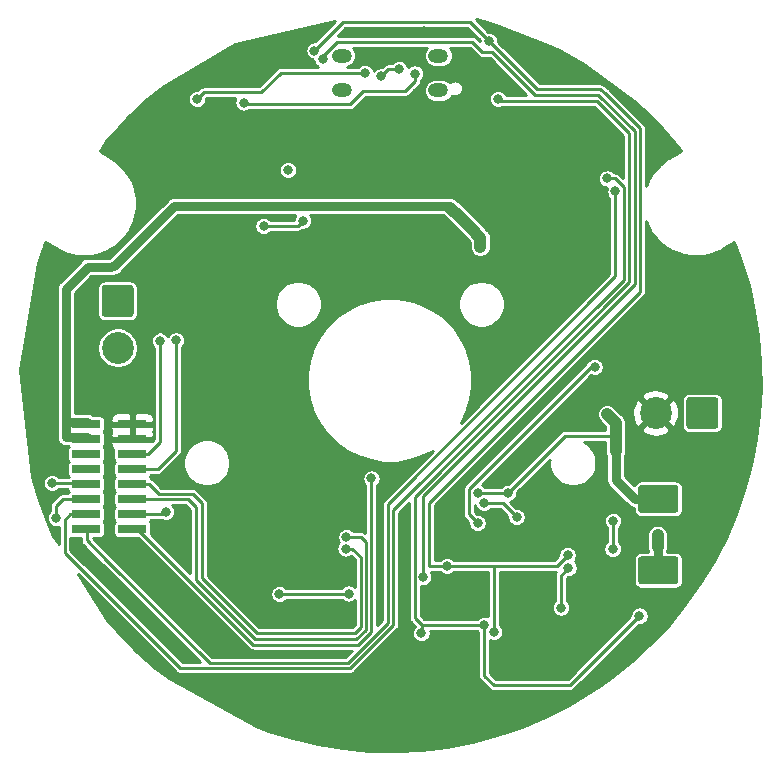
<source format=gbr>
%TF.GenerationSoftware,KiCad,Pcbnew,(5.1.9)-1*%
%TF.CreationDate,2024-04-03T17:37:13+03:00*%
%TF.ProjectId,jantteri_right,6a616e74-7465-4726-995f-72696768742e,rev?*%
%TF.SameCoordinates,Original*%
%TF.FileFunction,Copper,L2,Bot*%
%TF.FilePolarity,Positive*%
%FSLAX46Y46*%
G04 Gerber Fmt 4.6, Leading zero omitted, Abs format (unit mm)*
G04 Created by KiCad (PCBNEW (5.1.9)-1) date 2024-04-03 17:37:13*
%MOMM*%
%LPD*%
G01*
G04 APERTURE LIST*
%TA.AperFunction,ComponentPad*%
%ADD10O,1.700000X1.200000*%
%TD*%
%TA.AperFunction,ComponentPad*%
%ADD11C,2.700000*%
%TD*%
%TA.AperFunction,SMDPad,CuDef*%
%ADD12R,2.400000X0.740000*%
%TD*%
%TA.AperFunction,ViaPad*%
%ADD13C,0.800000*%
%TD*%
%TA.AperFunction,Conductor*%
%ADD14C,1.000000*%
%TD*%
%TA.AperFunction,Conductor*%
%ADD15C,0.800000*%
%TD*%
%TA.AperFunction,Conductor*%
%ADD16C,0.250000*%
%TD*%
%TA.AperFunction,Conductor*%
%ADD17C,0.254000*%
%TD*%
%TA.AperFunction,Conductor*%
%ADD18C,0.100000*%
%TD*%
G04 APERTURE END LIST*
D10*
%TO.P,J1,S1*%
%TO.N,Net-(J1-PadS1)*%
X143210720Y-60725660D03*
X143210720Y-57785660D03*
X135010720Y-60725660D03*
X135010720Y-57785660D03*
%TD*%
D11*
%TO.P,J3,2*%
%TO.N,/Sheet6601D6D0/MOTOR+*%
X116052600Y-82517120D03*
%TO.P,J3,1*%
%TO.N,/Sheet6601D6D0/MOTOR-*%
%TA.AperFunction,ComponentPad*%
G36*
G01*
X114952601Y-77207120D02*
X117152599Y-77207120D01*
G75*
G02*
X117402600Y-77457121I0J-250001D01*
G01*
X117402600Y-79657119D01*
G75*
G02*
X117152599Y-79907120I-250001J0D01*
G01*
X114952601Y-79907120D01*
G75*
G02*
X114702600Y-79657119I0J250001D01*
G01*
X114702600Y-77457121D01*
G75*
G02*
X114952601Y-77207120I250001J0D01*
G01*
G37*
%TD.AperFunction*%
%TD*%
%TO.P,J2,2*%
%TO.N,GND*%
X161597200Y-88044020D03*
%TO.P,J2,1*%
%TO.N,/Sheet65F0AC28/BAT+*%
%TA.AperFunction,ComponentPad*%
G36*
G01*
X166907200Y-86944021D02*
X166907200Y-89144019D01*
G75*
G02*
X166657199Y-89394020I-250001J0D01*
G01*
X164457201Y-89394020D01*
G75*
G02*
X164207200Y-89144019I0J250001D01*
G01*
X164207200Y-86944021D01*
G75*
G02*
X164457201Y-86694020I250001J0D01*
G01*
X166657199Y-86694020D01*
G75*
G02*
X166907200Y-86944021I0J-250001D01*
G01*
G37*
%TD.AperFunction*%
%TD*%
%TO.P,L1,2*%
%TO.N,Net-(C17-Pad2)*%
%TA.AperFunction,SMDPad,CuDef*%
G36*
G01*
X160358400Y-100183700D02*
X163288400Y-100183700D01*
G75*
G02*
X163523400Y-100418700I0J-235000D01*
G01*
X163523400Y-102298700D01*
G75*
G02*
X163288400Y-102533700I-235000J0D01*
G01*
X160358400Y-102533700D01*
G75*
G02*
X160123400Y-102298700I0J235000D01*
G01*
X160123400Y-100418700D01*
G75*
G02*
X160358400Y-100183700I235000J0D01*
G01*
G37*
%TD.AperFunction*%
%TO.P,L1,1*%
%TO.N,Net-(C11-Pad1)*%
%TA.AperFunction,SMDPad,CuDef*%
G36*
G01*
X160358400Y-94133700D02*
X163288400Y-94133700D01*
G75*
G02*
X163523400Y-94368700I0J-235000D01*
G01*
X163523400Y-96248700D01*
G75*
G02*
X163288400Y-96483700I-235000J0D01*
G01*
X160358400Y-96483700D01*
G75*
G02*
X160123400Y-96248700I0J235000D01*
G01*
X160123400Y-94368700D01*
G75*
G02*
X160358400Y-94133700I235000J0D01*
G01*
G37*
%TD.AperFunction*%
%TD*%
D12*
%TO.P,J4,1*%
%TO.N,GND*%
X117286320Y-88981280D03*
%TO.P,J4,2*%
%TO.N,V_SYSTEM_out*%
X113386320Y-88981280D03*
%TO.P,J4,3*%
%TO.N,GND*%
X117286320Y-90251280D03*
%TO.P,J4,4*%
%TO.N,V_SYSTEM_out*%
X113386320Y-90251280D03*
%TO.P,J4,5*%
%TO.N,SCL_out*%
X117286320Y-91521280D03*
%TO.P,J4,6*%
%TO.N,Net-(J4-Pad6)*%
X113386320Y-91521280D03*
%TO.P,J4,7*%
%TO.N,SDA_out*%
X117286320Y-92791280D03*
%TO.P,J4,8*%
%TO.N,Net-(J4-Pad8)*%
X113386320Y-92791280D03*
%TO.P,J4,9*%
%TO.N,MOTOR_B_out*%
X117286320Y-94061280D03*
%TO.P,J4,10*%
%TO.N,STAT1_out*%
X113386320Y-94061280D03*
%TO.P,J4,11*%
%TO.N,MOTOR_A_out*%
X117286320Y-95331280D03*
%TO.P,J4,12*%
%TO.N,STAT2_out*%
X113386320Y-95331280D03*
%TO.P,J4,13*%
%TO.N,DRV_n_FAULT_out*%
X117286320Y-96601280D03*
%TO.P,J4,14*%
%TO.N,TXD_out*%
X113386320Y-96601280D03*
%TO.P,J4,15*%
%TO.N,DRV_SLEEP_out*%
X117286320Y-97871280D03*
%TO.P,J4,16*%
%TO.N,RXD_out*%
X113386320Y-97871280D03*
%TD*%
D13*
%TO.N,GND*%
X152273000Y-104211120D03*
X150698200Y-105481120D03*
X152882600Y-99994720D03*
X143865600Y-107640120D03*
X143548100Y-96197420D03*
X127609600Y-58326020D03*
X152755600Y-59138820D03*
X142036800Y-55659020D03*
X137414000Y-64587120D03*
X135115300Y-63025020D03*
X145376900Y-59253120D03*
X129667000Y-64574420D03*
X127774700Y-67304920D03*
X161823400Y-83776820D03*
X168490900Y-85580220D03*
X165900100Y-93466920D03*
X130860800Y-84094320D03*
X135153400Y-77477620D03*
X118287800Y-82240120D03*
X122301000Y-81948020D03*
X141135100Y-112707420D03*
X135140700Y-112859820D03*
X135763000Y-96095820D03*
X128384300Y-95803720D03*
X126466600Y-98305620D03*
X135737600Y-94305120D03*
X155613100Y-63837820D03*
X144106900Y-77871320D03*
X156235400Y-95549720D03*
X152450800Y-94114620D03*
X123860560Y-78684880D03*
X123698000Y-88943180D03*
X126657100Y-91749880D03*
X120162320Y-97536000D03*
X143187420Y-65219580D03*
X147815300Y-66931540D03*
X150317200Y-71379080D03*
X155521660Y-71460360D03*
X167015160Y-76273660D03*
X163009580Y-75976480D03*
X146596100Y-83004660D03*
X128968500Y-113314480D03*
X115222020Y-87906860D03*
X117289580Y-99319080D03*
X119143780Y-101191060D03*
X121264680Y-103258620D03*
X121546620Y-108399580D03*
X116918740Y-103753920D03*
X113050320Y-100096320D03*
X145227040Y-103347520D03*
%TO.N,V_SYSTEM_out*%
X146761200Y-73972420D03*
X145973800Y-72397620D03*
X145040350Y-71464170D03*
%TO.N,Net-(C11-Pad2)*%
X149834600Y-96845120D03*
X147077600Y-95659216D03*
%TO.N,Net-(C11-Pad1)*%
X158216600Y-89987120D03*
X149077253Y-94817773D03*
X146537253Y-94817773D03*
X158216600Y-88857120D03*
X157511600Y-88152120D03*
%TO.N,/Sheet6601D6D0/VINT*%
X129755900Y-103360220D03*
X135610600Y-103334820D03*
%TO.N,/Sheet65F0AC28/VREF*%
X132715000Y-57352678D03*
X147497800Y-56560720D03*
X143941800Y-101010720D03*
X147905135Y-106570359D03*
X154152600Y-100096320D03*
%TO.N,Net-(C17-Pad2)*%
X161772600Y-99385120D03*
X161772600Y-98369120D03*
%TO.N,/Sheet65F0AC28/BAT+*%
X157968386Y-99535686D03*
X158013400Y-97167700D03*
%TO.N,STAT1_out*%
X133411039Y-58070684D03*
X141923600Y-101925120D03*
X110505240Y-93959680D03*
%TO.N,STAT2_out*%
X147091400Y-105989120D03*
X148259800Y-61437520D03*
X160235900Y-105201720D03*
X141770100Y-106687620D03*
X110817660Y-96906080D03*
%TO.N,/Sheet65F09169/USB_D-*%
X139891402Y-58943260D03*
X138351094Y-59547004D03*
%TO.N,/Sheet65F09169/CC1*%
X126720600Y-61755020D03*
X141206220Y-59305659D03*
%TO.N,/Sheet65F09169/CC2*%
X122796300Y-61450220D03*
X136969500Y-59255660D03*
%TO.N,SDA_out*%
X120992900Y-81897220D03*
%TO.N,SCL_out*%
X119646700Y-81922620D03*
%TO.N,MOTOR_A_out*%
X135432800Y-98521520D03*
%TO.N,MOTOR_B_out*%
X135360526Y-99518907D03*
%TO.N,DRV_n_FAULT_out*%
X120139460Y-96408240D03*
%TO.N,DRV_SLEEP_out*%
X137541000Y-93581220D03*
%TO.N,TXD_out*%
X157518103Y-68180120D03*
%TO.N,RXD_out*%
X158202989Y-69286120D03*
%TO.N,Net-(Q5-Pad1)*%
X130479800Y-67482720D03*
X131737100Y-71749920D03*
X128409700Y-72194420D03*
%TO.N,Net-(R9-Pad1)*%
X146532600Y-97353120D03*
X156438600Y-84145120D03*
%TO.N,Net-(R12-Pad2)*%
X153593800Y-104515920D03*
X154221470Y-101188120D03*
%TD*%
D14*
%TO.N,V_SYSTEM_out*%
X146761200Y-73185020D02*
X146761200Y-73972420D01*
X145973800Y-72397620D02*
X146761200Y-73185020D01*
X145040350Y-71464170D02*
X145973800Y-72397620D01*
X144226099Y-70649919D02*
X145040350Y-71464170D01*
D15*
X144226099Y-70649919D02*
X144094200Y-70518020D01*
X144094200Y-70518020D02*
X120870980Y-70518020D01*
X120870980Y-70518020D02*
X115768120Y-75620880D01*
X115586744Y-75620880D02*
X115528324Y-75679300D01*
X115768120Y-75620880D02*
X115586744Y-75620880D01*
X115528324Y-75679300D02*
X113517680Y-75679300D01*
X113517680Y-75679300D02*
X111673640Y-77523340D01*
X111701580Y-90058240D02*
X113427680Y-90058240D01*
X111673640Y-90086180D02*
X111701580Y-90058240D01*
X113409900Y-88806020D02*
X113427680Y-88788240D01*
X111673640Y-88806020D02*
X113409900Y-88806020D01*
X111673640Y-77523340D02*
X111673640Y-88806020D01*
X111673640Y-88806020D02*
X111673640Y-90086180D01*
D16*
%TO.N,Net-(C11-Pad2)*%
X148648696Y-95659216D02*
X147077600Y-95659216D01*
X149834600Y-96845120D02*
X148648696Y-95659216D01*
D14*
%TO.N,Net-(C11-Pad1)*%
X158216600Y-89987120D02*
X158216600Y-91301119D01*
D16*
X149077253Y-94817773D02*
X146537253Y-94817773D01*
X153907906Y-89987120D02*
X158216600Y-89987120D01*
X149077253Y-94817773D02*
X153907906Y-89987120D01*
D14*
X158216600Y-89987120D02*
X158216600Y-88857120D01*
X158216600Y-88857120D02*
X157511600Y-88152120D01*
D15*
X158216600Y-91301119D02*
X158216600Y-93687900D01*
X159837400Y-95308700D02*
X161823400Y-95308700D01*
X158216600Y-93687900D02*
X159837400Y-95308700D01*
D16*
%TO.N,/Sheet6601D6D0/VINT*%
X129768600Y-103347520D02*
X129755900Y-103360220D01*
X129781300Y-103334820D02*
X129755900Y-103360220D01*
X135610600Y-103334820D02*
X129781300Y-103334820D01*
%TO.N,/Sheet65F0AC28/VREF*%
X132715000Y-57352678D02*
X133557758Y-56509920D01*
X147447000Y-56509920D02*
X147497800Y-56560720D01*
X143941800Y-101010720D02*
X147802600Y-101010720D01*
X147905135Y-101113255D02*
X147905135Y-106570359D01*
X147802600Y-101010720D02*
X147905135Y-101113255D01*
X153238200Y-101010720D02*
X151815800Y-101010720D01*
X154152600Y-100096320D02*
X153238200Y-101010720D01*
X151815800Y-101010720D02*
X151968200Y-101010720D01*
X147802600Y-101010720D02*
X151815800Y-101010720D01*
X151580844Y-60643764D02*
X147497800Y-56560720D01*
X156891466Y-60643764D02*
X151580844Y-60643764D01*
X157000520Y-60720460D02*
X156891466Y-60643764D01*
X157281089Y-60922600D02*
X157000520Y-60720460D01*
X160278020Y-63919531D02*
X157281089Y-60922600D01*
X160278020Y-77796110D02*
X160278020Y-63919531D01*
X142417800Y-95656330D02*
X160278020Y-77796110D01*
X142417800Y-101010720D02*
X142417800Y-95656330D01*
X143941800Y-101010720D02*
X142417800Y-101010720D01*
X135133659Y-54934019D02*
X133557758Y-56509920D01*
X145871099Y-54934019D02*
X135133659Y-54934019D01*
X147497800Y-56560720D02*
X145871099Y-54934019D01*
D14*
%TO.N,Net-(C17-Pad2)*%
X161772600Y-99385120D02*
X161772600Y-98369120D01*
D15*
X161823400Y-99435920D02*
X161772600Y-99385120D01*
X161823400Y-101358700D02*
X161823400Y-99435920D01*
D16*
%TO.N,/Sheet65F0AC28/BAT+*%
X157968386Y-97212714D02*
X158013400Y-97167700D01*
X157968386Y-99535686D02*
X157968386Y-97212714D01*
%TO.N,STAT1_out*%
X113336240Y-93959680D02*
X113427680Y-93868240D01*
X141923600Y-95030740D02*
X141923600Y-101925120D01*
X159828010Y-64172942D02*
X159828010Y-77126330D01*
X159828010Y-77126330D02*
X141923600Y-95030740D01*
X147775790Y-57475120D02*
X151394444Y-61093774D01*
X146939000Y-57475120D02*
X147775790Y-57475120D01*
X146075400Y-56611520D02*
X146939000Y-57475120D01*
X156748842Y-61093774D02*
X159828010Y-64172942D01*
X134626699Y-56611520D02*
X146075400Y-56611520D01*
X151394444Y-61093774D02*
X156748842Y-61093774D01*
X133411039Y-57827180D02*
X134626699Y-56611520D01*
X133411039Y-58070684D02*
X133411039Y-57827180D01*
X113284720Y-93959680D02*
X113386320Y-94061280D01*
X110505240Y-93959680D02*
X113284720Y-93959680D01*
%TO.N,STAT2_out*%
X141808200Y-105989120D02*
X147091400Y-105989120D01*
X147091400Y-105989120D02*
X147091400Y-106829626D01*
X147091400Y-106829626D02*
X147091400Y-110269020D01*
X147091400Y-110269020D02*
X147904200Y-111081820D01*
X147904200Y-111081820D02*
X154355800Y-111081820D01*
X154355800Y-111081820D02*
X160235900Y-105201720D01*
X141808200Y-106649520D02*
X141770100Y-106687620D01*
X141808200Y-105989120D02*
X141808200Y-106649520D01*
X148412200Y-61589920D02*
X148259800Y-61437520D01*
X156608578Y-61589920D02*
X148412200Y-61589920D01*
X159378000Y-64359342D02*
X156608578Y-61589920D01*
X159378000Y-76939930D02*
X159378000Y-64359342D01*
X141198600Y-95119330D02*
X159378000Y-76939930D01*
X141198600Y-105379520D02*
X141198600Y-95119330D01*
X141808200Y-105989120D02*
X141198600Y-105379520D01*
X110817660Y-96906080D02*
X110817660Y-95902780D01*
X111389160Y-95331280D02*
X113386320Y-95331280D01*
X110817660Y-95902780D02*
X111389160Y-95331280D01*
%TO.N,/Sheet65F09169/USB_D-*%
X138954838Y-58943260D02*
X138351094Y-59547004D01*
X139891402Y-58943260D02*
X138954838Y-58943260D01*
%TO.N,/Sheet65F09169/CC1*%
X140411200Y-60769500D02*
X141206220Y-59974480D01*
X136872980Y-60769500D02*
X140411200Y-60769500D01*
X135747760Y-61894720D02*
X136872980Y-60769500D01*
X126860300Y-61894720D02*
X135747760Y-61894720D01*
X141206220Y-59974480D02*
X141206220Y-59305659D01*
X126720600Y-61755020D02*
X126860300Y-61894720D01*
%TO.N,/Sheet65F09169/CC2*%
X123342400Y-60904120D02*
X128217790Y-60904120D01*
X122796300Y-61450220D02*
X123342400Y-60904120D01*
X136969500Y-59255660D02*
X136878060Y-59255660D01*
X129866250Y-59255660D02*
X128217790Y-60904120D01*
X136969500Y-59255660D02*
X129866250Y-59255660D01*
%TO.N,SDA_out*%
X120992900Y-91257120D02*
X120992900Y-81897220D01*
X119458740Y-92791280D02*
X120992900Y-91257120D01*
X117286320Y-92791280D02*
X119458740Y-92791280D01*
%TO.N,SCL_out*%
X119646700Y-81922620D02*
X119646700Y-89678425D01*
X119646700Y-90462100D02*
X119646700Y-89678425D01*
X118587520Y-91521280D02*
X119646700Y-90462100D01*
X117286320Y-91521280D02*
X118587520Y-91521280D01*
%TO.N,MOTOR_A_out*%
X122682000Y-102180530D02*
X122682000Y-96006920D01*
X127704280Y-107202810D02*
X122682000Y-102180530D01*
X136262400Y-107202810D02*
X127704280Y-107202810D01*
X137090990Y-106374220D02*
X136262400Y-107202810D01*
X137090990Y-98985910D02*
X137090990Y-106374220D01*
X136626600Y-98521520D02*
X137090990Y-98985910D01*
X135432800Y-98521520D02*
X136626600Y-98521520D01*
X122006360Y-95331280D02*
X117286320Y-95331280D01*
X122682000Y-96006920D02*
X122006360Y-95331280D01*
%TO.N,MOTOR_B_out*%
X136640980Y-100223320D02*
X135936567Y-99518907D01*
X136128480Y-106700320D02*
X136640980Y-106187820D01*
X136640980Y-106187820D02*
X136640980Y-100223320D01*
X123190000Y-102052120D02*
X127838200Y-106700320D01*
X127838200Y-106700320D02*
X136128480Y-106700320D01*
X123190000Y-95664020D02*
X123190000Y-102052120D01*
X135936567Y-99518907D02*
X135360526Y-99518907D01*
X122407250Y-94881270D02*
X123190000Y-95664020D01*
X119556310Y-94881270D02*
X122407250Y-94881270D01*
X118736320Y-94061280D02*
X119556310Y-94881270D01*
X117286320Y-94061280D02*
X118736320Y-94061280D01*
%TO.N,DRV_n_FAULT_out*%
X119946420Y-96601280D02*
X120139460Y-96408240D01*
X117286320Y-96601280D02*
X119946420Y-96601280D01*
%TO.N,DRV_SLEEP_out*%
X137541000Y-106560620D02*
X137541000Y-93581220D01*
X136448800Y-107652820D02*
X137541000Y-106560620D01*
X127517879Y-107652819D02*
X136448800Y-107652820D01*
X117543300Y-97678240D02*
X127517879Y-107652819D01*
X117327680Y-97678240D02*
X117543300Y-97678240D01*
%TO.N,TXD_out*%
X158169991Y-68180120D02*
X157518103Y-68180120D01*
X158927990Y-68938119D02*
X158169991Y-68180120D01*
X158927990Y-76753530D02*
X158927990Y-68938119D01*
X139388010Y-96293510D02*
X158927990Y-76753530D01*
X139388009Y-105986431D02*
X139388010Y-96293510D01*
X135709510Y-109664930D02*
X139388009Y-105986431D01*
X121364170Y-109664930D02*
X135709510Y-109664930D01*
X111559340Y-99860100D02*
X121364170Y-109664930D01*
X111559340Y-97096580D02*
X111559340Y-99860100D01*
X112054640Y-96601280D02*
X111559340Y-97096580D01*
X113386320Y-96601280D02*
X112054640Y-96601280D01*
%TO.N,RXD_out*%
X138938000Y-105800030D02*
X138938000Y-95745300D01*
X123837700Y-109214920D02*
X135523110Y-109214920D01*
X115168979Y-100546199D02*
X123837700Y-109214920D01*
X138938000Y-95745300D02*
X158202989Y-76480311D01*
X115143579Y-100546199D02*
X115168979Y-100546199D01*
X158202989Y-76480311D02*
X158202989Y-69286120D01*
X135523110Y-109214920D02*
X138938000Y-105800030D01*
X113427680Y-98830300D02*
X115143579Y-100546199D01*
X113427680Y-97678240D02*
X113427680Y-98830300D01*
%TO.N,Net-(Q5-Pad1)*%
X131292600Y-72194420D02*
X128409700Y-72194420D01*
X131737100Y-71749920D02*
X131292600Y-72194420D01*
%TO.N,Net-(R9-Pad1)*%
X156136904Y-84145120D02*
X156438600Y-84145120D01*
X145812252Y-94469772D02*
X156136904Y-84145120D01*
X145812252Y-96632772D02*
X145812252Y-94469772D01*
X146532600Y-97353120D02*
X145812252Y-96632772D01*
%TO.N,Net-(R12-Pad2)*%
X153593800Y-101815790D02*
X153593800Y-104515920D01*
X154221470Y-101188120D02*
X153593800Y-101815790D01*
%TD*%
D17*
%TO.N,GND*%
X161110563Y-72530993D02*
X161132603Y-72568558D01*
X161154157Y-72606500D01*
X161158067Y-72611961D01*
X161616929Y-73243530D01*
X161645858Y-73276114D01*
X161674359Y-73309132D01*
X161679255Y-73313730D01*
X162252050Y-73844145D01*
X162286751Y-73870484D01*
X162321129Y-73897343D01*
X162326825Y-73900902D01*
X162991737Y-74309958D01*
X163030951Y-74329084D01*
X163069832Y-74348724D01*
X163076111Y-74351110D01*
X163807813Y-74623228D01*
X163849962Y-74634364D01*
X163891951Y-74646087D01*
X163898573Y-74647208D01*
X164669194Y-74772021D01*
X164712754Y-74774761D01*
X164756170Y-74778102D01*
X164762883Y-74777915D01*
X164762884Y-74777915D01*
X165543071Y-74750671D01*
X165586269Y-74744907D01*
X165629572Y-74739743D01*
X165636121Y-74738255D01*
X166396159Y-74559989D01*
X166437377Y-74545957D01*
X166478889Y-74532469D01*
X166485025Y-74529737D01*
X167195962Y-74207242D01*
X167195978Y-74207233D01*
X167217298Y-74197573D01*
X168262281Y-73594252D01*
X168846192Y-75131682D01*
X169479915Y-77231122D01*
X169965643Y-79369645D01*
X170301012Y-81536846D01*
X170484386Y-83722144D01*
X170514877Y-85914953D01*
X170392332Y-88104495D01*
X170117347Y-90280194D01*
X169691266Y-92431393D01*
X169116166Y-94547623D01*
X168394834Y-96618611D01*
X167530802Y-98634219D01*
X166528281Y-100584630D01*
X165392137Y-102460379D01*
X164127918Y-104252300D01*
X162741788Y-105951658D01*
X161240475Y-107550206D01*
X159631327Y-109040117D01*
X157922167Y-110414151D01*
X156996269Y-111057586D01*
X154930806Y-112375209D01*
X154237561Y-112788410D01*
X152280050Y-113777075D01*
X150258362Y-114626773D01*
X148182330Y-115333376D01*
X146062057Y-115893443D01*
X143907892Y-116304240D01*
X141730295Y-116563772D01*
X139539922Y-116670769D01*
X137347410Y-116624713D01*
X135163450Y-116425827D01*
X132998686Y-116075081D01*
X130863666Y-115574183D01*
X128768770Y-114925569D01*
X127744412Y-114528176D01*
X120385236Y-110467942D01*
X119244117Y-109601678D01*
X117594158Y-108157077D01*
X116048993Y-106600901D01*
X115173702Y-105586746D01*
X112690694Y-101707045D01*
X120988798Y-110005150D01*
X121004643Y-110024457D01*
X121081691Y-110087689D01*
X121166179Y-110132849D01*
X121169595Y-110134675D01*
X121264977Y-110163608D01*
X121364170Y-110173378D01*
X121389024Y-110170930D01*
X135684664Y-110170930D01*
X135709510Y-110173377D01*
X135734356Y-110170930D01*
X135734364Y-110170930D01*
X135808703Y-110163608D01*
X135904085Y-110134675D01*
X135991989Y-110087689D01*
X136069037Y-110024457D01*
X136084886Y-110005145D01*
X139728234Y-106361798D01*
X139747535Y-106345958D01*
X139763375Y-106326657D01*
X139763379Y-106326653D01*
X139810767Y-106268910D01*
X139857754Y-106181006D01*
X139886687Y-106085625D01*
X139896456Y-105986432D01*
X139894008Y-105961575D01*
X139894010Y-96503101D01*
X140692601Y-95704510D01*
X140692600Y-105354674D01*
X140690153Y-105379520D01*
X140692600Y-105404366D01*
X140692600Y-105404373D01*
X140699922Y-105478712D01*
X140728855Y-105574094D01*
X140775841Y-105661999D01*
X140839073Y-105739047D01*
X140858385Y-105754896D01*
X141228354Y-106124865D01*
X141163458Y-106189761D01*
X141077987Y-106317678D01*
X141019113Y-106459811D01*
X140989100Y-106610698D01*
X140989100Y-106764542D01*
X141019113Y-106915429D01*
X141077987Y-107057562D01*
X141163458Y-107185479D01*
X141272241Y-107294262D01*
X141400158Y-107379733D01*
X141542291Y-107438607D01*
X141693178Y-107468620D01*
X141847022Y-107468620D01*
X141997909Y-107438607D01*
X142140042Y-107379733D01*
X142267959Y-107294262D01*
X142376742Y-107185479D01*
X142462213Y-107057562D01*
X142521087Y-106915429D01*
X142551100Y-106764542D01*
X142551100Y-106610698D01*
X142528110Y-106495120D01*
X146492899Y-106495120D01*
X146585401Y-106587622D01*
X146585401Y-106804763D01*
X146585400Y-106804773D01*
X146585401Y-110244164D01*
X146582953Y-110269020D01*
X146592722Y-110368212D01*
X146621655Y-110463594D01*
X146638726Y-110495531D01*
X146668642Y-110551499D01*
X146731874Y-110628547D01*
X146751180Y-110644391D01*
X147528828Y-111422040D01*
X147544673Y-111441347D01*
X147621721Y-111504579D01*
X147689534Y-111540826D01*
X147709625Y-111551565D01*
X147805007Y-111580498D01*
X147904200Y-111590268D01*
X147929054Y-111587820D01*
X154330954Y-111587820D01*
X154355800Y-111590267D01*
X154380646Y-111587820D01*
X154380654Y-111587820D01*
X154454993Y-111580498D01*
X154550375Y-111551565D01*
X154638279Y-111504579D01*
X154715327Y-111441347D01*
X154731176Y-111422035D01*
X160170492Y-105982720D01*
X160312822Y-105982720D01*
X160463709Y-105952707D01*
X160605842Y-105893833D01*
X160733759Y-105808362D01*
X160842542Y-105699579D01*
X160928013Y-105571662D01*
X160986887Y-105429529D01*
X161016900Y-105278642D01*
X161016900Y-105124798D01*
X160986887Y-104973911D01*
X160928013Y-104831778D01*
X160842542Y-104703861D01*
X160733759Y-104595078D01*
X160605842Y-104509607D01*
X160463709Y-104450733D01*
X160312822Y-104420720D01*
X160158978Y-104420720D01*
X160008091Y-104450733D01*
X159865958Y-104509607D01*
X159738041Y-104595078D01*
X159629258Y-104703861D01*
X159543787Y-104831778D01*
X159484913Y-104973911D01*
X159454900Y-105124798D01*
X159454900Y-105267128D01*
X154146209Y-110575820D01*
X148113792Y-110575820D01*
X147597400Y-110059429D01*
X147597400Y-107288239D01*
X147677326Y-107321346D01*
X147828213Y-107351359D01*
X147982057Y-107351359D01*
X148132944Y-107321346D01*
X148275077Y-107262472D01*
X148402994Y-107177001D01*
X148511777Y-107068218D01*
X148597248Y-106940301D01*
X148656122Y-106798168D01*
X148686135Y-106647281D01*
X148686135Y-106493437D01*
X148656122Y-106342550D01*
X148597248Y-106200417D01*
X148511777Y-106072500D01*
X148411135Y-105971858D01*
X148411135Y-101516720D01*
X153184657Y-101516720D01*
X153171041Y-101533311D01*
X153124055Y-101621216D01*
X153095122Y-101716598D01*
X153087800Y-101790937D01*
X153087800Y-101790944D01*
X153085353Y-101815790D01*
X153087800Y-101840636D01*
X153087801Y-103917418D01*
X152987158Y-104018061D01*
X152901687Y-104145978D01*
X152842813Y-104288111D01*
X152812800Y-104438998D01*
X152812800Y-104592842D01*
X152842813Y-104743729D01*
X152901687Y-104885862D01*
X152987158Y-105013779D01*
X153095941Y-105122562D01*
X153223858Y-105208033D01*
X153365991Y-105266907D01*
X153516878Y-105296920D01*
X153670722Y-105296920D01*
X153821609Y-105266907D01*
X153963742Y-105208033D01*
X154091659Y-105122562D01*
X154200442Y-105013779D01*
X154285913Y-104885862D01*
X154344787Y-104743729D01*
X154374800Y-104592842D01*
X154374800Y-104438998D01*
X154344787Y-104288111D01*
X154285913Y-104145978D01*
X154200442Y-104018061D01*
X154099800Y-103917419D01*
X154099800Y-102025381D01*
X154156061Y-101969120D01*
X154298392Y-101969120D01*
X154449279Y-101939107D01*
X154591412Y-101880233D01*
X154719329Y-101794762D01*
X154828112Y-101685979D01*
X154913583Y-101558062D01*
X154972457Y-101415929D01*
X155002470Y-101265042D01*
X155002470Y-101111198D01*
X154972457Y-100960311D01*
X154913583Y-100818178D01*
X154828112Y-100690261D01*
X154745636Y-100607785D01*
X154759242Y-100594179D01*
X154844713Y-100466262D01*
X154864414Y-100418700D01*
X159740557Y-100418700D01*
X159740557Y-102298700D01*
X159752429Y-102419235D01*
X159787587Y-102535138D01*
X159844682Y-102641955D01*
X159921519Y-102735581D01*
X160015145Y-102812418D01*
X160121962Y-102869513D01*
X160237865Y-102904671D01*
X160358400Y-102916543D01*
X163288400Y-102916543D01*
X163408935Y-102904671D01*
X163524838Y-102869513D01*
X163631655Y-102812418D01*
X163725281Y-102735581D01*
X163802118Y-102641955D01*
X163859213Y-102535138D01*
X163894371Y-102419235D01*
X163906243Y-102298700D01*
X163906243Y-100418700D01*
X163894371Y-100298165D01*
X163859213Y-100182262D01*
X163802118Y-100075445D01*
X163725281Y-99981819D01*
X163631655Y-99904982D01*
X163524838Y-99847887D01*
X163408935Y-99812729D01*
X163288400Y-99800857D01*
X162604400Y-99800857D01*
X162604400Y-99677991D01*
X162640852Y-99557826D01*
X162653600Y-99428393D01*
X162653600Y-98325847D01*
X162640852Y-98196414D01*
X162590475Y-98030345D01*
X162508668Y-97877295D01*
X162398575Y-97743145D01*
X162264425Y-97633052D01*
X162111375Y-97551245D01*
X161945306Y-97500868D01*
X161772600Y-97483858D01*
X161599895Y-97500868D01*
X161433826Y-97551245D01*
X161280776Y-97633052D01*
X161146626Y-97743145D01*
X161036533Y-97877295D01*
X160954726Y-98030345D01*
X160904349Y-98196414D01*
X160891601Y-98325847D01*
X160891600Y-99428392D01*
X160904348Y-99557825D01*
X160954725Y-99723894D01*
X160995863Y-99800857D01*
X160358400Y-99800857D01*
X160237865Y-99812729D01*
X160121962Y-99847887D01*
X160015145Y-99904982D01*
X159921519Y-99981819D01*
X159844682Y-100075445D01*
X159787587Y-100182262D01*
X159752429Y-100298165D01*
X159740557Y-100418700D01*
X154864414Y-100418700D01*
X154903587Y-100324129D01*
X154933600Y-100173242D01*
X154933600Y-100019398D01*
X154903587Y-99868511D01*
X154844713Y-99726378D01*
X154759242Y-99598461D01*
X154650459Y-99489678D01*
X154604193Y-99458764D01*
X157187386Y-99458764D01*
X157187386Y-99612608D01*
X157217399Y-99763495D01*
X157276273Y-99905628D01*
X157361744Y-100033545D01*
X157470527Y-100142328D01*
X157598444Y-100227799D01*
X157740577Y-100286673D01*
X157891464Y-100316686D01*
X158045308Y-100316686D01*
X158196195Y-100286673D01*
X158338328Y-100227799D01*
X158466245Y-100142328D01*
X158575028Y-100033545D01*
X158660499Y-99905628D01*
X158719373Y-99763495D01*
X158749386Y-99612608D01*
X158749386Y-99458764D01*
X158719373Y-99307877D01*
X158660499Y-99165744D01*
X158575028Y-99037827D01*
X158474386Y-98937185D01*
X158474386Y-97798980D01*
X158511259Y-97774342D01*
X158620042Y-97665559D01*
X158705513Y-97537642D01*
X158764387Y-97395509D01*
X158794400Y-97244622D01*
X158794400Y-97090778D01*
X158764387Y-96939891D01*
X158705513Y-96797758D01*
X158620042Y-96669841D01*
X158511259Y-96561058D01*
X158383342Y-96475587D01*
X158241209Y-96416713D01*
X158090322Y-96386700D01*
X157936478Y-96386700D01*
X157785591Y-96416713D01*
X157643458Y-96475587D01*
X157515541Y-96561058D01*
X157406758Y-96669841D01*
X157321287Y-96797758D01*
X157262413Y-96939891D01*
X157232400Y-97090778D01*
X157232400Y-97244622D01*
X157262413Y-97395509D01*
X157321287Y-97537642D01*
X157406758Y-97665559D01*
X157462387Y-97721188D01*
X157462386Y-98937185D01*
X157361744Y-99037827D01*
X157276273Y-99165744D01*
X157217399Y-99307877D01*
X157187386Y-99458764D01*
X154604193Y-99458764D01*
X154522542Y-99404207D01*
X154380409Y-99345333D01*
X154229522Y-99315320D01*
X154075678Y-99315320D01*
X153924791Y-99345333D01*
X153782658Y-99404207D01*
X153654741Y-99489678D01*
X153545958Y-99598461D01*
X153460487Y-99726378D01*
X153401613Y-99868511D01*
X153371600Y-100019398D01*
X153371600Y-100161728D01*
X153028609Y-100504720D01*
X147827446Y-100504720D01*
X147802600Y-100502273D01*
X147777754Y-100504720D01*
X144540301Y-100504720D01*
X144439659Y-100404078D01*
X144311742Y-100318607D01*
X144169609Y-100259733D01*
X144018722Y-100229720D01*
X143864878Y-100229720D01*
X143713991Y-100259733D01*
X143571858Y-100318607D01*
X143443941Y-100404078D01*
X143343299Y-100504720D01*
X142923800Y-100504720D01*
X142923800Y-95865921D01*
X144319949Y-94469772D01*
X145303805Y-94469772D01*
X145306253Y-94494628D01*
X145306252Y-96607926D01*
X145303805Y-96632772D01*
X145306252Y-96657618D01*
X145306252Y-96657625D01*
X145313574Y-96731964D01*
X145342507Y-96827346D01*
X145389493Y-96915251D01*
X145452725Y-96992299D01*
X145472037Y-97008148D01*
X145751600Y-97287711D01*
X145751600Y-97430042D01*
X145781613Y-97580929D01*
X145840487Y-97723062D01*
X145925958Y-97850979D01*
X146034741Y-97959762D01*
X146162658Y-98045233D01*
X146304791Y-98104107D01*
X146455678Y-98134120D01*
X146609522Y-98134120D01*
X146760409Y-98104107D01*
X146902542Y-98045233D01*
X147030459Y-97959762D01*
X147139242Y-97850979D01*
X147224713Y-97723062D01*
X147283587Y-97580929D01*
X147313600Y-97430042D01*
X147313600Y-97276198D01*
X147283587Y-97125311D01*
X147224713Y-96983178D01*
X147139242Y-96855261D01*
X147030459Y-96746478D01*
X146902542Y-96661007D01*
X146760409Y-96602133D01*
X146609522Y-96572120D01*
X146467191Y-96572120D01*
X146318252Y-96423181D01*
X146318252Y-95844991D01*
X146326613Y-95887025D01*
X146385487Y-96029158D01*
X146470958Y-96157075D01*
X146579741Y-96265858D01*
X146707658Y-96351329D01*
X146849791Y-96410203D01*
X147000678Y-96440216D01*
X147154522Y-96440216D01*
X147305409Y-96410203D01*
X147447542Y-96351329D01*
X147575459Y-96265858D01*
X147676101Y-96165216D01*
X148439105Y-96165216D01*
X149053600Y-96779712D01*
X149053600Y-96922042D01*
X149083613Y-97072929D01*
X149142487Y-97215062D01*
X149227958Y-97342979D01*
X149336741Y-97451762D01*
X149464658Y-97537233D01*
X149606791Y-97596107D01*
X149757678Y-97626120D01*
X149911522Y-97626120D01*
X150062409Y-97596107D01*
X150204542Y-97537233D01*
X150332459Y-97451762D01*
X150441242Y-97342979D01*
X150526713Y-97215062D01*
X150585587Y-97072929D01*
X150615600Y-96922042D01*
X150615600Y-96768198D01*
X150585587Y-96617311D01*
X150526713Y-96475178D01*
X150441242Y-96347261D01*
X150332459Y-96238478D01*
X150204542Y-96153007D01*
X150062409Y-96094133D01*
X149911522Y-96064120D01*
X149769192Y-96064120D01*
X149279013Y-95573941D01*
X149305062Y-95568760D01*
X149447195Y-95509886D01*
X149575112Y-95424415D01*
X149683895Y-95315632D01*
X149769366Y-95187715D01*
X149828240Y-95045582D01*
X149858253Y-94894695D01*
X149858253Y-94752364D01*
X152626653Y-91983965D01*
X152611734Y-92058968D01*
X152611734Y-92451232D01*
X152688261Y-92835960D01*
X152838375Y-93198365D01*
X153056305Y-93524521D01*
X153333678Y-93801894D01*
X153659834Y-94019824D01*
X154022239Y-94169938D01*
X154406967Y-94246465D01*
X154799231Y-94246465D01*
X155183959Y-94169938D01*
X155546364Y-94019824D01*
X155872520Y-93801894D01*
X156149893Y-93524521D01*
X156367823Y-93198365D01*
X156517937Y-92835960D01*
X156594464Y-92451232D01*
X156594464Y-92058968D01*
X156517937Y-91674240D01*
X156367823Y-91311835D01*
X156149893Y-90985679D01*
X155872520Y-90708306D01*
X155550471Y-90493120D01*
X157335600Y-90493120D01*
X157335601Y-91344392D01*
X157348349Y-91473825D01*
X157398726Y-91639894D01*
X157435600Y-91708881D01*
X157435601Y-93649533D01*
X157431822Y-93687900D01*
X157443050Y-93801893D01*
X157446902Y-93841003D01*
X157459609Y-93882892D01*
X157491560Y-93988220D01*
X157564081Y-94123899D01*
X157637225Y-94213025D01*
X157661679Y-94242822D01*
X157691474Y-94267274D01*
X159258026Y-95833827D01*
X159282478Y-95863622D01*
X159312273Y-95888074D01*
X159401400Y-95961219D01*
X159510628Y-96019602D01*
X159537078Y-96033740D01*
X159684297Y-96078399D01*
X159740557Y-96083940D01*
X159740557Y-96248700D01*
X159752429Y-96369235D01*
X159787587Y-96485138D01*
X159844682Y-96591955D01*
X159921519Y-96685581D01*
X160015145Y-96762418D01*
X160121962Y-96819513D01*
X160237865Y-96854671D01*
X160358400Y-96866543D01*
X163288400Y-96866543D01*
X163408935Y-96854671D01*
X163524838Y-96819513D01*
X163631655Y-96762418D01*
X163725281Y-96685581D01*
X163802118Y-96591955D01*
X163859213Y-96485138D01*
X163894371Y-96369235D01*
X163906243Y-96248700D01*
X163906243Y-94368700D01*
X163894371Y-94248165D01*
X163859213Y-94132262D01*
X163802118Y-94025445D01*
X163725281Y-93931819D01*
X163631655Y-93854982D01*
X163524838Y-93797887D01*
X163408935Y-93762729D01*
X163288400Y-93750857D01*
X160358400Y-93750857D01*
X160237865Y-93762729D01*
X160121962Y-93797887D01*
X160015145Y-93854982D01*
X159921519Y-93931819D01*
X159844682Y-94025445D01*
X159787587Y-94132262D01*
X159782438Y-94149237D01*
X158997600Y-93364400D01*
X158997600Y-91708882D01*
X159034475Y-91639894D01*
X159084852Y-91473825D01*
X159097600Y-91344392D01*
X159097600Y-89428858D01*
X160391967Y-89428858D01*
X160529924Y-89729064D01*
X160879167Y-89904902D01*
X161256004Y-90009227D01*
X161645953Y-90038029D01*
X162034028Y-89990204D01*
X162405316Y-89867588D01*
X162664476Y-89729064D01*
X162802433Y-89428858D01*
X161597200Y-88223625D01*
X160391967Y-89428858D01*
X159097600Y-89428858D01*
X159097600Y-88900390D01*
X159101862Y-88857120D01*
X159095078Y-88788240D01*
X159084852Y-88684414D01*
X159034475Y-88518345D01*
X158952668Y-88365295D01*
X158929996Y-88337669D01*
X158870160Y-88264757D01*
X158870157Y-88264754D01*
X158842575Y-88231145D01*
X158808966Y-88203563D01*
X158698176Y-88092773D01*
X159603191Y-88092773D01*
X159651016Y-88480848D01*
X159773632Y-88852136D01*
X159912156Y-89111296D01*
X160212362Y-89249253D01*
X161417595Y-88044020D01*
X161776805Y-88044020D01*
X162982038Y-89249253D01*
X163282244Y-89111296D01*
X163458082Y-88762053D01*
X163562407Y-88385216D01*
X163591209Y-87995267D01*
X163543384Y-87607192D01*
X163420768Y-87235904D01*
X163282244Y-86976744D01*
X163211037Y-86944021D01*
X163824357Y-86944021D01*
X163824357Y-89144019D01*
X163836517Y-89267481D01*
X163872529Y-89386198D01*
X163931010Y-89495608D01*
X164009713Y-89591507D01*
X164105612Y-89670210D01*
X164215022Y-89728691D01*
X164333739Y-89764703D01*
X164457201Y-89776863D01*
X166657199Y-89776863D01*
X166780661Y-89764703D01*
X166899378Y-89728691D01*
X167008788Y-89670210D01*
X167104687Y-89591507D01*
X167183390Y-89495608D01*
X167241871Y-89386198D01*
X167277883Y-89267481D01*
X167290043Y-89144019D01*
X167290043Y-86944021D01*
X167277883Y-86820559D01*
X167241871Y-86701842D01*
X167183390Y-86592432D01*
X167104687Y-86496533D01*
X167008788Y-86417830D01*
X166899378Y-86359349D01*
X166780661Y-86323337D01*
X166657199Y-86311177D01*
X164457201Y-86311177D01*
X164333739Y-86323337D01*
X164215022Y-86359349D01*
X164105612Y-86417830D01*
X164009713Y-86496533D01*
X163931010Y-86592432D01*
X163872529Y-86701842D01*
X163836517Y-86820559D01*
X163824357Y-86944021D01*
X163211037Y-86944021D01*
X162982038Y-86838787D01*
X161776805Y-88044020D01*
X161417595Y-88044020D01*
X160212362Y-86838787D01*
X159912156Y-86976744D01*
X159736318Y-87325987D01*
X159631993Y-87702824D01*
X159603191Y-88092773D01*
X158698176Y-88092773D01*
X158103962Y-87498561D01*
X158003425Y-87416052D01*
X157850374Y-87334245D01*
X157684305Y-87283869D01*
X157511600Y-87266858D01*
X157338895Y-87283869D01*
X157172826Y-87334245D01*
X157019775Y-87416052D01*
X156885626Y-87526146D01*
X156775532Y-87660295D01*
X156693725Y-87813346D01*
X156643349Y-87979415D01*
X156626338Y-88152120D01*
X156643349Y-88324825D01*
X156693725Y-88490894D01*
X156775532Y-88643945D01*
X156858041Y-88744482D01*
X157335601Y-89222043D01*
X157335600Y-89481120D01*
X153932752Y-89481120D01*
X153907906Y-89478673D01*
X153883060Y-89481120D01*
X153883052Y-89481120D01*
X153808713Y-89488442D01*
X153713331Y-89517375D01*
X153625427Y-89564361D01*
X153548379Y-89627593D01*
X153532534Y-89646900D01*
X149142662Y-94036773D01*
X149000331Y-94036773D01*
X148849444Y-94066786D01*
X148707311Y-94125660D01*
X148579394Y-94211131D01*
X148478752Y-94311773D01*
X147135754Y-94311773D01*
X147035112Y-94211131D01*
X146907195Y-94125660D01*
X146882277Y-94115338D01*
X154338433Y-86659182D01*
X160391967Y-86659182D01*
X161597200Y-87864415D01*
X162802433Y-86659182D01*
X162664476Y-86358976D01*
X162315233Y-86183138D01*
X161938396Y-86078813D01*
X161548447Y-86050011D01*
X161160372Y-86097836D01*
X160789084Y-86220452D01*
X160529924Y-86358976D01*
X160391967Y-86659182D01*
X154338433Y-86659182D01*
X156133517Y-84864099D01*
X156210791Y-84896107D01*
X156361678Y-84926120D01*
X156515522Y-84926120D01*
X156666409Y-84896107D01*
X156808542Y-84837233D01*
X156936459Y-84751762D01*
X157045242Y-84642979D01*
X157130713Y-84515062D01*
X157189587Y-84372929D01*
X157219600Y-84222042D01*
X157219600Y-84068198D01*
X157189587Y-83917311D01*
X157130713Y-83775178D01*
X157045242Y-83647261D01*
X156936459Y-83538478D01*
X156808542Y-83453007D01*
X156666409Y-83394133D01*
X156515522Y-83364120D01*
X156361678Y-83364120D01*
X156210791Y-83394133D01*
X156068658Y-83453007D01*
X155940741Y-83538478D01*
X155831958Y-83647261D01*
X155746487Y-83775178D01*
X155714831Y-83851601D01*
X145472033Y-94094400D01*
X145452726Y-94110245D01*
X145389494Y-94187293D01*
X145369373Y-94224937D01*
X145342507Y-94275198D01*
X145313574Y-94370580D01*
X145303805Y-94469772D01*
X144319949Y-94469772D01*
X160618240Y-78171482D01*
X160637547Y-78155637D01*
X160700779Y-78078589D01*
X160747765Y-77990685D01*
X160776698Y-77895303D01*
X160784020Y-77820964D01*
X160784020Y-77820957D01*
X160786467Y-77796111D01*
X160784020Y-77771265D01*
X160784020Y-71824290D01*
X161110563Y-72530993D01*
%TA.AperFunction,Conductor*%
D18*
G36*
X161110563Y-72530993D02*
G01*
X161132603Y-72568558D01*
X161154157Y-72606500D01*
X161158067Y-72611961D01*
X161616929Y-73243530D01*
X161645858Y-73276114D01*
X161674359Y-73309132D01*
X161679255Y-73313730D01*
X162252050Y-73844145D01*
X162286751Y-73870484D01*
X162321129Y-73897343D01*
X162326825Y-73900902D01*
X162991737Y-74309958D01*
X163030951Y-74329084D01*
X163069832Y-74348724D01*
X163076111Y-74351110D01*
X163807813Y-74623228D01*
X163849962Y-74634364D01*
X163891951Y-74646087D01*
X163898573Y-74647208D01*
X164669194Y-74772021D01*
X164712754Y-74774761D01*
X164756170Y-74778102D01*
X164762883Y-74777915D01*
X164762884Y-74777915D01*
X165543071Y-74750671D01*
X165586269Y-74744907D01*
X165629572Y-74739743D01*
X165636121Y-74738255D01*
X166396159Y-74559989D01*
X166437377Y-74545957D01*
X166478889Y-74532469D01*
X166485025Y-74529737D01*
X167195962Y-74207242D01*
X167195978Y-74207233D01*
X167217298Y-74197573D01*
X168262281Y-73594252D01*
X168846192Y-75131682D01*
X169479915Y-77231122D01*
X169965643Y-79369645D01*
X170301012Y-81536846D01*
X170484386Y-83722144D01*
X170514877Y-85914953D01*
X170392332Y-88104495D01*
X170117347Y-90280194D01*
X169691266Y-92431393D01*
X169116166Y-94547623D01*
X168394834Y-96618611D01*
X167530802Y-98634219D01*
X166528281Y-100584630D01*
X165392137Y-102460379D01*
X164127918Y-104252300D01*
X162741788Y-105951658D01*
X161240475Y-107550206D01*
X159631327Y-109040117D01*
X157922167Y-110414151D01*
X156996269Y-111057586D01*
X154930806Y-112375209D01*
X154237561Y-112788410D01*
X152280050Y-113777075D01*
X150258362Y-114626773D01*
X148182330Y-115333376D01*
X146062057Y-115893443D01*
X143907892Y-116304240D01*
X141730295Y-116563772D01*
X139539922Y-116670769D01*
X137347410Y-116624713D01*
X135163450Y-116425827D01*
X132998686Y-116075081D01*
X130863666Y-115574183D01*
X128768770Y-114925569D01*
X127744412Y-114528176D01*
X120385236Y-110467942D01*
X119244117Y-109601678D01*
X117594158Y-108157077D01*
X116048993Y-106600901D01*
X115173702Y-105586746D01*
X112690694Y-101707045D01*
X120988798Y-110005150D01*
X121004643Y-110024457D01*
X121081691Y-110087689D01*
X121166179Y-110132849D01*
X121169595Y-110134675D01*
X121264977Y-110163608D01*
X121364170Y-110173378D01*
X121389024Y-110170930D01*
X135684664Y-110170930D01*
X135709510Y-110173377D01*
X135734356Y-110170930D01*
X135734364Y-110170930D01*
X135808703Y-110163608D01*
X135904085Y-110134675D01*
X135991989Y-110087689D01*
X136069037Y-110024457D01*
X136084886Y-110005145D01*
X139728234Y-106361798D01*
X139747535Y-106345958D01*
X139763375Y-106326657D01*
X139763379Y-106326653D01*
X139810767Y-106268910D01*
X139857754Y-106181006D01*
X139886687Y-106085625D01*
X139896456Y-105986432D01*
X139894008Y-105961575D01*
X139894010Y-96503101D01*
X140692601Y-95704510D01*
X140692600Y-105354674D01*
X140690153Y-105379520D01*
X140692600Y-105404366D01*
X140692600Y-105404373D01*
X140699922Y-105478712D01*
X140728855Y-105574094D01*
X140775841Y-105661999D01*
X140839073Y-105739047D01*
X140858385Y-105754896D01*
X141228354Y-106124865D01*
X141163458Y-106189761D01*
X141077987Y-106317678D01*
X141019113Y-106459811D01*
X140989100Y-106610698D01*
X140989100Y-106764542D01*
X141019113Y-106915429D01*
X141077987Y-107057562D01*
X141163458Y-107185479D01*
X141272241Y-107294262D01*
X141400158Y-107379733D01*
X141542291Y-107438607D01*
X141693178Y-107468620D01*
X141847022Y-107468620D01*
X141997909Y-107438607D01*
X142140042Y-107379733D01*
X142267959Y-107294262D01*
X142376742Y-107185479D01*
X142462213Y-107057562D01*
X142521087Y-106915429D01*
X142551100Y-106764542D01*
X142551100Y-106610698D01*
X142528110Y-106495120D01*
X146492899Y-106495120D01*
X146585401Y-106587622D01*
X146585401Y-106804763D01*
X146585400Y-106804773D01*
X146585401Y-110244164D01*
X146582953Y-110269020D01*
X146592722Y-110368212D01*
X146621655Y-110463594D01*
X146638726Y-110495531D01*
X146668642Y-110551499D01*
X146731874Y-110628547D01*
X146751180Y-110644391D01*
X147528828Y-111422040D01*
X147544673Y-111441347D01*
X147621721Y-111504579D01*
X147689534Y-111540826D01*
X147709625Y-111551565D01*
X147805007Y-111580498D01*
X147904200Y-111590268D01*
X147929054Y-111587820D01*
X154330954Y-111587820D01*
X154355800Y-111590267D01*
X154380646Y-111587820D01*
X154380654Y-111587820D01*
X154454993Y-111580498D01*
X154550375Y-111551565D01*
X154638279Y-111504579D01*
X154715327Y-111441347D01*
X154731176Y-111422035D01*
X160170492Y-105982720D01*
X160312822Y-105982720D01*
X160463709Y-105952707D01*
X160605842Y-105893833D01*
X160733759Y-105808362D01*
X160842542Y-105699579D01*
X160928013Y-105571662D01*
X160986887Y-105429529D01*
X161016900Y-105278642D01*
X161016900Y-105124798D01*
X160986887Y-104973911D01*
X160928013Y-104831778D01*
X160842542Y-104703861D01*
X160733759Y-104595078D01*
X160605842Y-104509607D01*
X160463709Y-104450733D01*
X160312822Y-104420720D01*
X160158978Y-104420720D01*
X160008091Y-104450733D01*
X159865958Y-104509607D01*
X159738041Y-104595078D01*
X159629258Y-104703861D01*
X159543787Y-104831778D01*
X159484913Y-104973911D01*
X159454900Y-105124798D01*
X159454900Y-105267128D01*
X154146209Y-110575820D01*
X148113792Y-110575820D01*
X147597400Y-110059429D01*
X147597400Y-107288239D01*
X147677326Y-107321346D01*
X147828213Y-107351359D01*
X147982057Y-107351359D01*
X148132944Y-107321346D01*
X148275077Y-107262472D01*
X148402994Y-107177001D01*
X148511777Y-107068218D01*
X148597248Y-106940301D01*
X148656122Y-106798168D01*
X148686135Y-106647281D01*
X148686135Y-106493437D01*
X148656122Y-106342550D01*
X148597248Y-106200417D01*
X148511777Y-106072500D01*
X148411135Y-105971858D01*
X148411135Y-101516720D01*
X153184657Y-101516720D01*
X153171041Y-101533311D01*
X153124055Y-101621216D01*
X153095122Y-101716598D01*
X153087800Y-101790937D01*
X153087800Y-101790944D01*
X153085353Y-101815790D01*
X153087800Y-101840636D01*
X153087801Y-103917418D01*
X152987158Y-104018061D01*
X152901687Y-104145978D01*
X152842813Y-104288111D01*
X152812800Y-104438998D01*
X152812800Y-104592842D01*
X152842813Y-104743729D01*
X152901687Y-104885862D01*
X152987158Y-105013779D01*
X153095941Y-105122562D01*
X153223858Y-105208033D01*
X153365991Y-105266907D01*
X153516878Y-105296920D01*
X153670722Y-105296920D01*
X153821609Y-105266907D01*
X153963742Y-105208033D01*
X154091659Y-105122562D01*
X154200442Y-105013779D01*
X154285913Y-104885862D01*
X154344787Y-104743729D01*
X154374800Y-104592842D01*
X154374800Y-104438998D01*
X154344787Y-104288111D01*
X154285913Y-104145978D01*
X154200442Y-104018061D01*
X154099800Y-103917419D01*
X154099800Y-102025381D01*
X154156061Y-101969120D01*
X154298392Y-101969120D01*
X154449279Y-101939107D01*
X154591412Y-101880233D01*
X154719329Y-101794762D01*
X154828112Y-101685979D01*
X154913583Y-101558062D01*
X154972457Y-101415929D01*
X155002470Y-101265042D01*
X155002470Y-101111198D01*
X154972457Y-100960311D01*
X154913583Y-100818178D01*
X154828112Y-100690261D01*
X154745636Y-100607785D01*
X154759242Y-100594179D01*
X154844713Y-100466262D01*
X154864414Y-100418700D01*
X159740557Y-100418700D01*
X159740557Y-102298700D01*
X159752429Y-102419235D01*
X159787587Y-102535138D01*
X159844682Y-102641955D01*
X159921519Y-102735581D01*
X160015145Y-102812418D01*
X160121962Y-102869513D01*
X160237865Y-102904671D01*
X160358400Y-102916543D01*
X163288400Y-102916543D01*
X163408935Y-102904671D01*
X163524838Y-102869513D01*
X163631655Y-102812418D01*
X163725281Y-102735581D01*
X163802118Y-102641955D01*
X163859213Y-102535138D01*
X163894371Y-102419235D01*
X163906243Y-102298700D01*
X163906243Y-100418700D01*
X163894371Y-100298165D01*
X163859213Y-100182262D01*
X163802118Y-100075445D01*
X163725281Y-99981819D01*
X163631655Y-99904982D01*
X163524838Y-99847887D01*
X163408935Y-99812729D01*
X163288400Y-99800857D01*
X162604400Y-99800857D01*
X162604400Y-99677991D01*
X162640852Y-99557826D01*
X162653600Y-99428393D01*
X162653600Y-98325847D01*
X162640852Y-98196414D01*
X162590475Y-98030345D01*
X162508668Y-97877295D01*
X162398575Y-97743145D01*
X162264425Y-97633052D01*
X162111375Y-97551245D01*
X161945306Y-97500868D01*
X161772600Y-97483858D01*
X161599895Y-97500868D01*
X161433826Y-97551245D01*
X161280776Y-97633052D01*
X161146626Y-97743145D01*
X161036533Y-97877295D01*
X160954726Y-98030345D01*
X160904349Y-98196414D01*
X160891601Y-98325847D01*
X160891600Y-99428392D01*
X160904348Y-99557825D01*
X160954725Y-99723894D01*
X160995863Y-99800857D01*
X160358400Y-99800857D01*
X160237865Y-99812729D01*
X160121962Y-99847887D01*
X160015145Y-99904982D01*
X159921519Y-99981819D01*
X159844682Y-100075445D01*
X159787587Y-100182262D01*
X159752429Y-100298165D01*
X159740557Y-100418700D01*
X154864414Y-100418700D01*
X154903587Y-100324129D01*
X154933600Y-100173242D01*
X154933600Y-100019398D01*
X154903587Y-99868511D01*
X154844713Y-99726378D01*
X154759242Y-99598461D01*
X154650459Y-99489678D01*
X154604193Y-99458764D01*
X157187386Y-99458764D01*
X157187386Y-99612608D01*
X157217399Y-99763495D01*
X157276273Y-99905628D01*
X157361744Y-100033545D01*
X157470527Y-100142328D01*
X157598444Y-100227799D01*
X157740577Y-100286673D01*
X157891464Y-100316686D01*
X158045308Y-100316686D01*
X158196195Y-100286673D01*
X158338328Y-100227799D01*
X158466245Y-100142328D01*
X158575028Y-100033545D01*
X158660499Y-99905628D01*
X158719373Y-99763495D01*
X158749386Y-99612608D01*
X158749386Y-99458764D01*
X158719373Y-99307877D01*
X158660499Y-99165744D01*
X158575028Y-99037827D01*
X158474386Y-98937185D01*
X158474386Y-97798980D01*
X158511259Y-97774342D01*
X158620042Y-97665559D01*
X158705513Y-97537642D01*
X158764387Y-97395509D01*
X158794400Y-97244622D01*
X158794400Y-97090778D01*
X158764387Y-96939891D01*
X158705513Y-96797758D01*
X158620042Y-96669841D01*
X158511259Y-96561058D01*
X158383342Y-96475587D01*
X158241209Y-96416713D01*
X158090322Y-96386700D01*
X157936478Y-96386700D01*
X157785591Y-96416713D01*
X157643458Y-96475587D01*
X157515541Y-96561058D01*
X157406758Y-96669841D01*
X157321287Y-96797758D01*
X157262413Y-96939891D01*
X157232400Y-97090778D01*
X157232400Y-97244622D01*
X157262413Y-97395509D01*
X157321287Y-97537642D01*
X157406758Y-97665559D01*
X157462387Y-97721188D01*
X157462386Y-98937185D01*
X157361744Y-99037827D01*
X157276273Y-99165744D01*
X157217399Y-99307877D01*
X157187386Y-99458764D01*
X154604193Y-99458764D01*
X154522542Y-99404207D01*
X154380409Y-99345333D01*
X154229522Y-99315320D01*
X154075678Y-99315320D01*
X153924791Y-99345333D01*
X153782658Y-99404207D01*
X153654741Y-99489678D01*
X153545958Y-99598461D01*
X153460487Y-99726378D01*
X153401613Y-99868511D01*
X153371600Y-100019398D01*
X153371600Y-100161728D01*
X153028609Y-100504720D01*
X147827446Y-100504720D01*
X147802600Y-100502273D01*
X147777754Y-100504720D01*
X144540301Y-100504720D01*
X144439659Y-100404078D01*
X144311742Y-100318607D01*
X144169609Y-100259733D01*
X144018722Y-100229720D01*
X143864878Y-100229720D01*
X143713991Y-100259733D01*
X143571858Y-100318607D01*
X143443941Y-100404078D01*
X143343299Y-100504720D01*
X142923800Y-100504720D01*
X142923800Y-95865921D01*
X144319949Y-94469772D01*
X145303805Y-94469772D01*
X145306253Y-94494628D01*
X145306252Y-96607926D01*
X145303805Y-96632772D01*
X145306252Y-96657618D01*
X145306252Y-96657625D01*
X145313574Y-96731964D01*
X145342507Y-96827346D01*
X145389493Y-96915251D01*
X145452725Y-96992299D01*
X145472037Y-97008148D01*
X145751600Y-97287711D01*
X145751600Y-97430042D01*
X145781613Y-97580929D01*
X145840487Y-97723062D01*
X145925958Y-97850979D01*
X146034741Y-97959762D01*
X146162658Y-98045233D01*
X146304791Y-98104107D01*
X146455678Y-98134120D01*
X146609522Y-98134120D01*
X146760409Y-98104107D01*
X146902542Y-98045233D01*
X147030459Y-97959762D01*
X147139242Y-97850979D01*
X147224713Y-97723062D01*
X147283587Y-97580929D01*
X147313600Y-97430042D01*
X147313600Y-97276198D01*
X147283587Y-97125311D01*
X147224713Y-96983178D01*
X147139242Y-96855261D01*
X147030459Y-96746478D01*
X146902542Y-96661007D01*
X146760409Y-96602133D01*
X146609522Y-96572120D01*
X146467191Y-96572120D01*
X146318252Y-96423181D01*
X146318252Y-95844991D01*
X146326613Y-95887025D01*
X146385487Y-96029158D01*
X146470958Y-96157075D01*
X146579741Y-96265858D01*
X146707658Y-96351329D01*
X146849791Y-96410203D01*
X147000678Y-96440216D01*
X147154522Y-96440216D01*
X147305409Y-96410203D01*
X147447542Y-96351329D01*
X147575459Y-96265858D01*
X147676101Y-96165216D01*
X148439105Y-96165216D01*
X149053600Y-96779712D01*
X149053600Y-96922042D01*
X149083613Y-97072929D01*
X149142487Y-97215062D01*
X149227958Y-97342979D01*
X149336741Y-97451762D01*
X149464658Y-97537233D01*
X149606791Y-97596107D01*
X149757678Y-97626120D01*
X149911522Y-97626120D01*
X150062409Y-97596107D01*
X150204542Y-97537233D01*
X150332459Y-97451762D01*
X150441242Y-97342979D01*
X150526713Y-97215062D01*
X150585587Y-97072929D01*
X150615600Y-96922042D01*
X150615600Y-96768198D01*
X150585587Y-96617311D01*
X150526713Y-96475178D01*
X150441242Y-96347261D01*
X150332459Y-96238478D01*
X150204542Y-96153007D01*
X150062409Y-96094133D01*
X149911522Y-96064120D01*
X149769192Y-96064120D01*
X149279013Y-95573941D01*
X149305062Y-95568760D01*
X149447195Y-95509886D01*
X149575112Y-95424415D01*
X149683895Y-95315632D01*
X149769366Y-95187715D01*
X149828240Y-95045582D01*
X149858253Y-94894695D01*
X149858253Y-94752364D01*
X152626653Y-91983965D01*
X152611734Y-92058968D01*
X152611734Y-92451232D01*
X152688261Y-92835960D01*
X152838375Y-93198365D01*
X153056305Y-93524521D01*
X153333678Y-93801894D01*
X153659834Y-94019824D01*
X154022239Y-94169938D01*
X154406967Y-94246465D01*
X154799231Y-94246465D01*
X155183959Y-94169938D01*
X155546364Y-94019824D01*
X155872520Y-93801894D01*
X156149893Y-93524521D01*
X156367823Y-93198365D01*
X156517937Y-92835960D01*
X156594464Y-92451232D01*
X156594464Y-92058968D01*
X156517937Y-91674240D01*
X156367823Y-91311835D01*
X156149893Y-90985679D01*
X155872520Y-90708306D01*
X155550471Y-90493120D01*
X157335600Y-90493120D01*
X157335601Y-91344392D01*
X157348349Y-91473825D01*
X157398726Y-91639894D01*
X157435600Y-91708881D01*
X157435601Y-93649533D01*
X157431822Y-93687900D01*
X157443050Y-93801893D01*
X157446902Y-93841003D01*
X157459609Y-93882892D01*
X157491560Y-93988220D01*
X157564081Y-94123899D01*
X157637225Y-94213025D01*
X157661679Y-94242822D01*
X157691474Y-94267274D01*
X159258026Y-95833827D01*
X159282478Y-95863622D01*
X159312273Y-95888074D01*
X159401400Y-95961219D01*
X159510628Y-96019602D01*
X159537078Y-96033740D01*
X159684297Y-96078399D01*
X159740557Y-96083940D01*
X159740557Y-96248700D01*
X159752429Y-96369235D01*
X159787587Y-96485138D01*
X159844682Y-96591955D01*
X159921519Y-96685581D01*
X160015145Y-96762418D01*
X160121962Y-96819513D01*
X160237865Y-96854671D01*
X160358400Y-96866543D01*
X163288400Y-96866543D01*
X163408935Y-96854671D01*
X163524838Y-96819513D01*
X163631655Y-96762418D01*
X163725281Y-96685581D01*
X163802118Y-96591955D01*
X163859213Y-96485138D01*
X163894371Y-96369235D01*
X163906243Y-96248700D01*
X163906243Y-94368700D01*
X163894371Y-94248165D01*
X163859213Y-94132262D01*
X163802118Y-94025445D01*
X163725281Y-93931819D01*
X163631655Y-93854982D01*
X163524838Y-93797887D01*
X163408935Y-93762729D01*
X163288400Y-93750857D01*
X160358400Y-93750857D01*
X160237865Y-93762729D01*
X160121962Y-93797887D01*
X160015145Y-93854982D01*
X159921519Y-93931819D01*
X159844682Y-94025445D01*
X159787587Y-94132262D01*
X159782438Y-94149237D01*
X158997600Y-93364400D01*
X158997600Y-91708882D01*
X159034475Y-91639894D01*
X159084852Y-91473825D01*
X159097600Y-91344392D01*
X159097600Y-89428858D01*
X160391967Y-89428858D01*
X160529924Y-89729064D01*
X160879167Y-89904902D01*
X161256004Y-90009227D01*
X161645953Y-90038029D01*
X162034028Y-89990204D01*
X162405316Y-89867588D01*
X162664476Y-89729064D01*
X162802433Y-89428858D01*
X161597200Y-88223625D01*
X160391967Y-89428858D01*
X159097600Y-89428858D01*
X159097600Y-88900390D01*
X159101862Y-88857120D01*
X159095078Y-88788240D01*
X159084852Y-88684414D01*
X159034475Y-88518345D01*
X158952668Y-88365295D01*
X158929996Y-88337669D01*
X158870160Y-88264757D01*
X158870157Y-88264754D01*
X158842575Y-88231145D01*
X158808966Y-88203563D01*
X158698176Y-88092773D01*
X159603191Y-88092773D01*
X159651016Y-88480848D01*
X159773632Y-88852136D01*
X159912156Y-89111296D01*
X160212362Y-89249253D01*
X161417595Y-88044020D01*
X161776805Y-88044020D01*
X162982038Y-89249253D01*
X163282244Y-89111296D01*
X163458082Y-88762053D01*
X163562407Y-88385216D01*
X163591209Y-87995267D01*
X163543384Y-87607192D01*
X163420768Y-87235904D01*
X163282244Y-86976744D01*
X163211037Y-86944021D01*
X163824357Y-86944021D01*
X163824357Y-89144019D01*
X163836517Y-89267481D01*
X163872529Y-89386198D01*
X163931010Y-89495608D01*
X164009713Y-89591507D01*
X164105612Y-89670210D01*
X164215022Y-89728691D01*
X164333739Y-89764703D01*
X164457201Y-89776863D01*
X166657199Y-89776863D01*
X166780661Y-89764703D01*
X166899378Y-89728691D01*
X167008788Y-89670210D01*
X167104687Y-89591507D01*
X167183390Y-89495608D01*
X167241871Y-89386198D01*
X167277883Y-89267481D01*
X167290043Y-89144019D01*
X167290043Y-86944021D01*
X167277883Y-86820559D01*
X167241871Y-86701842D01*
X167183390Y-86592432D01*
X167104687Y-86496533D01*
X167008788Y-86417830D01*
X166899378Y-86359349D01*
X166780661Y-86323337D01*
X166657199Y-86311177D01*
X164457201Y-86311177D01*
X164333739Y-86323337D01*
X164215022Y-86359349D01*
X164105612Y-86417830D01*
X164009713Y-86496533D01*
X163931010Y-86592432D01*
X163872529Y-86701842D01*
X163836517Y-86820559D01*
X163824357Y-86944021D01*
X163211037Y-86944021D01*
X162982038Y-86838787D01*
X161776805Y-88044020D01*
X161417595Y-88044020D01*
X160212362Y-86838787D01*
X159912156Y-86976744D01*
X159736318Y-87325987D01*
X159631993Y-87702824D01*
X159603191Y-88092773D01*
X158698176Y-88092773D01*
X158103962Y-87498561D01*
X158003425Y-87416052D01*
X157850374Y-87334245D01*
X157684305Y-87283869D01*
X157511600Y-87266858D01*
X157338895Y-87283869D01*
X157172826Y-87334245D01*
X157019775Y-87416052D01*
X156885626Y-87526146D01*
X156775532Y-87660295D01*
X156693725Y-87813346D01*
X156643349Y-87979415D01*
X156626338Y-88152120D01*
X156643349Y-88324825D01*
X156693725Y-88490894D01*
X156775532Y-88643945D01*
X156858041Y-88744482D01*
X157335601Y-89222043D01*
X157335600Y-89481120D01*
X153932752Y-89481120D01*
X153907906Y-89478673D01*
X153883060Y-89481120D01*
X153883052Y-89481120D01*
X153808713Y-89488442D01*
X153713331Y-89517375D01*
X153625427Y-89564361D01*
X153548379Y-89627593D01*
X153532534Y-89646900D01*
X149142662Y-94036773D01*
X149000331Y-94036773D01*
X148849444Y-94066786D01*
X148707311Y-94125660D01*
X148579394Y-94211131D01*
X148478752Y-94311773D01*
X147135754Y-94311773D01*
X147035112Y-94211131D01*
X146907195Y-94125660D01*
X146882277Y-94115338D01*
X154338433Y-86659182D01*
X160391967Y-86659182D01*
X161597200Y-87864415D01*
X162802433Y-86659182D01*
X162664476Y-86358976D01*
X162315233Y-86183138D01*
X161938396Y-86078813D01*
X161548447Y-86050011D01*
X161160372Y-86097836D01*
X160789084Y-86220452D01*
X160529924Y-86358976D01*
X160391967Y-86659182D01*
X154338433Y-86659182D01*
X156133517Y-84864099D01*
X156210791Y-84896107D01*
X156361678Y-84926120D01*
X156515522Y-84926120D01*
X156666409Y-84896107D01*
X156808542Y-84837233D01*
X156936459Y-84751762D01*
X157045242Y-84642979D01*
X157130713Y-84515062D01*
X157189587Y-84372929D01*
X157219600Y-84222042D01*
X157219600Y-84068198D01*
X157189587Y-83917311D01*
X157130713Y-83775178D01*
X157045242Y-83647261D01*
X156936459Y-83538478D01*
X156808542Y-83453007D01*
X156666409Y-83394133D01*
X156515522Y-83364120D01*
X156361678Y-83364120D01*
X156210791Y-83394133D01*
X156068658Y-83453007D01*
X155940741Y-83538478D01*
X155831958Y-83647261D01*
X155746487Y-83775178D01*
X155714831Y-83851601D01*
X145472033Y-94094400D01*
X145452726Y-94110245D01*
X145389494Y-94187293D01*
X145369373Y-94224937D01*
X145342507Y-94275198D01*
X145313574Y-94370580D01*
X145303805Y-94469772D01*
X144319949Y-94469772D01*
X160618240Y-78171482D01*
X160637547Y-78155637D01*
X160700779Y-78078589D01*
X160747765Y-77990685D01*
X160776698Y-77895303D01*
X160784020Y-77820964D01*
X160784020Y-77820957D01*
X160786467Y-77796111D01*
X160784020Y-77771265D01*
X160784020Y-71824290D01*
X161110563Y-72530993D01*
G37*
%TD.AperFunction*%
D17*
X112111631Y-98616767D02*
X112186320Y-98624123D01*
X112921681Y-98624123D01*
X112921681Y-98805444D01*
X112919233Y-98830300D01*
X112929002Y-98929492D01*
X112957935Y-99024874D01*
X112964859Y-99037827D01*
X113004922Y-99112779D01*
X113068154Y-99189827D01*
X113087461Y-99205672D01*
X114768207Y-100886419D01*
X114784052Y-100905726D01*
X114861100Y-100968958D01*
X114893425Y-100986236D01*
X123066118Y-109158930D01*
X121573762Y-109158930D01*
X112065340Y-99650509D01*
X112065340Y-98602725D01*
X112111631Y-98616767D01*
%TA.AperFunction,Conductor*%
D18*
G36*
X112111631Y-98616767D02*
G01*
X112186320Y-98624123D01*
X112921681Y-98624123D01*
X112921681Y-98805444D01*
X112919233Y-98830300D01*
X112929002Y-98929492D01*
X112957935Y-99024874D01*
X112964859Y-99037827D01*
X113004922Y-99112779D01*
X113068154Y-99189827D01*
X113087461Y-99205672D01*
X114768207Y-100886419D01*
X114784052Y-100905726D01*
X114861100Y-100968958D01*
X114893425Y-100986236D01*
X123066118Y-109158930D01*
X121573762Y-109158930D01*
X112065340Y-99650509D01*
X112065340Y-98602725D01*
X112111631Y-98616767D01*
G37*
%TD.AperFunction*%
D17*
X133217541Y-56134546D02*
X133217536Y-56134550D01*
X132780408Y-56571678D01*
X132638078Y-56571678D01*
X132487191Y-56601691D01*
X132345058Y-56660565D01*
X132217141Y-56746036D01*
X132108358Y-56854819D01*
X132022887Y-56982736D01*
X131964013Y-57124869D01*
X131934000Y-57275756D01*
X131934000Y-57429600D01*
X131964013Y-57580487D01*
X132022887Y-57722620D01*
X132108358Y-57850537D01*
X132217141Y-57959320D01*
X132345058Y-58044791D01*
X132487191Y-58103665D01*
X132630039Y-58132079D01*
X132630039Y-58147606D01*
X132660052Y-58298493D01*
X132718926Y-58440626D01*
X132804397Y-58568543D01*
X132913180Y-58677326D01*
X133021436Y-58749660D01*
X129891095Y-58749660D01*
X129866249Y-58747213D01*
X129841403Y-58749660D01*
X129841396Y-58749660D01*
X129776944Y-58756008D01*
X129767056Y-58756982D01*
X129747887Y-58762797D01*
X129671675Y-58785915D01*
X129583771Y-58832901D01*
X129506723Y-58896133D01*
X129490878Y-58915440D01*
X128008199Y-60398120D01*
X123367245Y-60398120D01*
X123342399Y-60395673D01*
X123317553Y-60398120D01*
X123317546Y-60398120D01*
X123243207Y-60405442D01*
X123147825Y-60434375D01*
X123059921Y-60481361D01*
X122982873Y-60544593D01*
X122967029Y-60563899D01*
X122861708Y-60669220D01*
X122719378Y-60669220D01*
X122568491Y-60699233D01*
X122426358Y-60758107D01*
X122298441Y-60843578D01*
X122189658Y-60952361D01*
X122104187Y-61080278D01*
X122045313Y-61222411D01*
X122015300Y-61373298D01*
X122015300Y-61527142D01*
X122045313Y-61678029D01*
X122104187Y-61820162D01*
X122189658Y-61948079D01*
X122298441Y-62056862D01*
X122426358Y-62142333D01*
X122568491Y-62201207D01*
X122719378Y-62231220D01*
X122873222Y-62231220D01*
X123024109Y-62201207D01*
X123166242Y-62142333D01*
X123294159Y-62056862D01*
X123402942Y-61948079D01*
X123488413Y-61820162D01*
X123547287Y-61678029D01*
X123577300Y-61527142D01*
X123577300Y-61410120D01*
X126018114Y-61410120D01*
X125969613Y-61527211D01*
X125939600Y-61678098D01*
X125939600Y-61831942D01*
X125969613Y-61982829D01*
X126028487Y-62124962D01*
X126113958Y-62252879D01*
X126222741Y-62361662D01*
X126350658Y-62447133D01*
X126492791Y-62506007D01*
X126643678Y-62536020D01*
X126797522Y-62536020D01*
X126948409Y-62506007D01*
X127090542Y-62447133D01*
X127160004Y-62400720D01*
X135722914Y-62400720D01*
X135747760Y-62403167D01*
X135772606Y-62400720D01*
X135772614Y-62400720D01*
X135846953Y-62393398D01*
X135942335Y-62364465D01*
X136030239Y-62317479D01*
X136107287Y-62254247D01*
X136123136Y-62234935D01*
X137082572Y-61275500D01*
X140386354Y-61275500D01*
X140411200Y-61277947D01*
X140436046Y-61275500D01*
X140436054Y-61275500D01*
X140510393Y-61268178D01*
X140605775Y-61239245D01*
X140693679Y-61192259D01*
X140770727Y-61129027D01*
X140786576Y-61109715D01*
X141170631Y-60725660D01*
X141974974Y-60725660D01*
X141993915Y-60917970D01*
X142050009Y-61102889D01*
X142141102Y-61273311D01*
X142263692Y-61422688D01*
X142413069Y-61545278D01*
X142583491Y-61636371D01*
X142768410Y-61692465D01*
X142912533Y-61706660D01*
X143508907Y-61706660D01*
X143653030Y-61692465D01*
X143837949Y-61636371D01*
X144008371Y-61545278D01*
X144157748Y-61422688D01*
X144280338Y-61273311D01*
X144331711Y-61177199D01*
X144412080Y-61210489D01*
X144543647Y-61236660D01*
X144677793Y-61236660D01*
X144809360Y-61210489D01*
X144933294Y-61159154D01*
X145044832Y-61084627D01*
X145139687Y-60989772D01*
X145214214Y-60878234D01*
X145265549Y-60754300D01*
X145291720Y-60622733D01*
X145291720Y-60488587D01*
X145265549Y-60357020D01*
X145214214Y-60233086D01*
X145139687Y-60121548D01*
X145044832Y-60026693D01*
X144933294Y-59952166D01*
X144809360Y-59900831D01*
X144677793Y-59874660D01*
X144543647Y-59874660D01*
X144412080Y-59900831D01*
X144288146Y-59952166D01*
X144176608Y-60026693D01*
X144165375Y-60037926D01*
X144157748Y-60028632D01*
X144008371Y-59906042D01*
X143837949Y-59814949D01*
X143653030Y-59758855D01*
X143508907Y-59744660D01*
X142912533Y-59744660D01*
X142768410Y-59758855D01*
X142583491Y-59814949D01*
X142413069Y-59906042D01*
X142263692Y-60028632D01*
X142141102Y-60178009D01*
X142050009Y-60348431D01*
X141993915Y-60533350D01*
X141974974Y-60725660D01*
X141170631Y-60725660D01*
X141546440Y-60349852D01*
X141565747Y-60334007D01*
X141628979Y-60256959D01*
X141675965Y-60169055D01*
X141704898Y-60073673D01*
X141712220Y-59999334D01*
X141712220Y-59999327D01*
X141714667Y-59974481D01*
X141712220Y-59949635D01*
X141712220Y-59904160D01*
X141812862Y-59803518D01*
X141898333Y-59675601D01*
X141957207Y-59533468D01*
X141987220Y-59382581D01*
X141987220Y-59228737D01*
X141957207Y-59077850D01*
X141898333Y-58935717D01*
X141812862Y-58807800D01*
X141704079Y-58699017D01*
X141576162Y-58613546D01*
X141434029Y-58554672D01*
X141283142Y-58524659D01*
X141129298Y-58524659D01*
X140978411Y-58554672D01*
X140836278Y-58613546D01*
X140708361Y-58699017D01*
X140650608Y-58756770D01*
X140642389Y-58715451D01*
X140583515Y-58573318D01*
X140498044Y-58445401D01*
X140389261Y-58336618D01*
X140261344Y-58251147D01*
X140119211Y-58192273D01*
X139968324Y-58162260D01*
X139814480Y-58162260D01*
X139663593Y-58192273D01*
X139521460Y-58251147D01*
X139393543Y-58336618D01*
X139292901Y-58437260D01*
X138979684Y-58437260D01*
X138954838Y-58434813D01*
X138929992Y-58437260D01*
X138929984Y-58437260D01*
X138855645Y-58444582D01*
X138760263Y-58473515D01*
X138672359Y-58520501D01*
X138595311Y-58583733D01*
X138579466Y-58603040D01*
X138416502Y-58766004D01*
X138274172Y-58766004D01*
X138123285Y-58796017D01*
X137981152Y-58854891D01*
X137853235Y-58940362D01*
X137744452Y-59049145D01*
X137729249Y-59071899D01*
X137720487Y-59027851D01*
X137661613Y-58885718D01*
X137576142Y-58757801D01*
X137467359Y-58649018D01*
X137339442Y-58563547D01*
X137197309Y-58504673D01*
X137046422Y-58474660D01*
X136892578Y-58474660D01*
X136741691Y-58504673D01*
X136599558Y-58563547D01*
X136471641Y-58649018D01*
X136370999Y-58749660D01*
X135462277Y-58749660D01*
X135637949Y-58696371D01*
X135808371Y-58605278D01*
X135957748Y-58482688D01*
X136080338Y-58333311D01*
X136171431Y-58162889D01*
X136227525Y-57977970D01*
X136246466Y-57785660D01*
X136227525Y-57593350D01*
X136171431Y-57408431D01*
X136080338Y-57238009D01*
X135981456Y-57117520D01*
X142239984Y-57117520D01*
X142141102Y-57238009D01*
X142050009Y-57408431D01*
X141993915Y-57593350D01*
X141974974Y-57785660D01*
X141993915Y-57977970D01*
X142050009Y-58162889D01*
X142141102Y-58333311D01*
X142263692Y-58482688D01*
X142413069Y-58605278D01*
X142583491Y-58696371D01*
X142768410Y-58752465D01*
X142912533Y-58766660D01*
X143508907Y-58766660D01*
X143653030Y-58752465D01*
X143837949Y-58696371D01*
X144008371Y-58605278D01*
X144157748Y-58482688D01*
X144280338Y-58333311D01*
X144371431Y-58162889D01*
X144427525Y-57977970D01*
X144446466Y-57785660D01*
X144427525Y-57593350D01*
X144371431Y-57408431D01*
X144280338Y-57238009D01*
X144181456Y-57117520D01*
X145865809Y-57117520D01*
X146563628Y-57815340D01*
X146579473Y-57834647D01*
X146656521Y-57897879D01*
X146716121Y-57929736D01*
X146744425Y-57944865D01*
X146839807Y-57973798D01*
X146939000Y-57983568D01*
X146963854Y-57981120D01*
X147566199Y-57981120D01*
X150668998Y-61083920D01*
X148958682Y-61083920D01*
X148951913Y-61067578D01*
X148866442Y-60939661D01*
X148757659Y-60830878D01*
X148629742Y-60745407D01*
X148487609Y-60686533D01*
X148336722Y-60656520D01*
X148182878Y-60656520D01*
X148031991Y-60686533D01*
X147889858Y-60745407D01*
X147761941Y-60830878D01*
X147653158Y-60939661D01*
X147567687Y-61067578D01*
X147508813Y-61209711D01*
X147478800Y-61360598D01*
X147478800Y-61514442D01*
X147508813Y-61665329D01*
X147567687Y-61807462D01*
X147653158Y-61935379D01*
X147761941Y-62044162D01*
X147889858Y-62129633D01*
X148031991Y-62188507D01*
X148182878Y-62218520D01*
X148336722Y-62218520D01*
X148487609Y-62188507D01*
X148629742Y-62129633D01*
X148680197Y-62095920D01*
X156398987Y-62095920D01*
X158872001Y-64568935D01*
X158872001Y-68166538D01*
X158545367Y-67839905D01*
X158529518Y-67820593D01*
X158452470Y-67757361D01*
X158364566Y-67710375D01*
X158269184Y-67681442D01*
X158194845Y-67674120D01*
X158194837Y-67674120D01*
X158169991Y-67671673D01*
X158145145Y-67674120D01*
X158116604Y-67674120D01*
X158015962Y-67573478D01*
X157888045Y-67488007D01*
X157745912Y-67429133D01*
X157595025Y-67399120D01*
X157441181Y-67399120D01*
X157290294Y-67429133D01*
X157148161Y-67488007D01*
X157020244Y-67573478D01*
X156911461Y-67682261D01*
X156825990Y-67810178D01*
X156767116Y-67952311D01*
X156737103Y-68103198D01*
X156737103Y-68257042D01*
X156767116Y-68407929D01*
X156825990Y-68550062D01*
X156911461Y-68677979D01*
X157020244Y-68786762D01*
X157148161Y-68872233D01*
X157290294Y-68931107D01*
X157441181Y-68961120D01*
X157492260Y-68961120D01*
X157452002Y-69058311D01*
X157421989Y-69209198D01*
X157421989Y-69363042D01*
X157452002Y-69513929D01*
X157510876Y-69656062D01*
X157596347Y-69783979D01*
X157696990Y-69884622D01*
X157696989Y-76270719D01*
X145090964Y-88876744D01*
X145571181Y-87934267D01*
X145910662Y-86889451D01*
X146082518Y-85804392D01*
X146082518Y-84705808D01*
X145910662Y-83620749D01*
X145571181Y-82575933D01*
X145072434Y-81597088D01*
X144426702Y-80708314D01*
X143649886Y-79931498D01*
X142761112Y-79285766D01*
X141782267Y-78787019D01*
X141316170Y-78635575D01*
X144861734Y-78635575D01*
X144861734Y-79027839D01*
X144938261Y-79412567D01*
X145088375Y-79774972D01*
X145306305Y-80101128D01*
X145583678Y-80378501D01*
X145909834Y-80596431D01*
X146272239Y-80746545D01*
X146656967Y-80823072D01*
X147049231Y-80823072D01*
X147433959Y-80746545D01*
X147796364Y-80596431D01*
X148122520Y-80378501D01*
X148399893Y-80101128D01*
X148617823Y-79774972D01*
X148767937Y-79412567D01*
X148844464Y-79027839D01*
X148844464Y-78635575D01*
X148767937Y-78250847D01*
X148617823Y-77888442D01*
X148399893Y-77562286D01*
X148122520Y-77284913D01*
X147796364Y-77066983D01*
X147433959Y-76916869D01*
X147049231Y-76840342D01*
X146656967Y-76840342D01*
X146272239Y-76916869D01*
X145909834Y-77066983D01*
X145583678Y-77284913D01*
X145306305Y-77562286D01*
X145088375Y-77888442D01*
X144938261Y-78250847D01*
X144861734Y-78635575D01*
X141316170Y-78635575D01*
X140737451Y-78447538D01*
X139652392Y-78275682D01*
X138553808Y-78275682D01*
X137468749Y-78447538D01*
X136423933Y-78787019D01*
X135445088Y-79285766D01*
X134556314Y-79931498D01*
X133779498Y-80708314D01*
X133133766Y-81597088D01*
X132635019Y-82575933D01*
X132295538Y-83620749D01*
X132123682Y-84705808D01*
X132123682Y-85804392D01*
X132295538Y-86889451D01*
X132635019Y-87934267D01*
X133133766Y-88913112D01*
X133779498Y-89801886D01*
X134556314Y-90578702D01*
X135445088Y-91224434D01*
X136423933Y-91723181D01*
X137468749Y-92062662D01*
X138553808Y-92234518D01*
X139652392Y-92234518D01*
X140737451Y-92062662D01*
X141782267Y-91723181D01*
X142724745Y-91242964D01*
X138597781Y-95369928D01*
X138578474Y-95385773D01*
X138515242Y-95462821D01*
X138498912Y-95493372D01*
X138468255Y-95550726D01*
X138439322Y-95646108D01*
X138429553Y-95745300D01*
X138432001Y-95770156D01*
X138432000Y-105590438D01*
X138047000Y-105975438D01*
X138047000Y-94179721D01*
X138147642Y-94079079D01*
X138233113Y-93951162D01*
X138291987Y-93809029D01*
X138322000Y-93658142D01*
X138322000Y-93504298D01*
X138291987Y-93353411D01*
X138233113Y-93211278D01*
X138147642Y-93083361D01*
X138038859Y-92974578D01*
X137910942Y-92889107D01*
X137768809Y-92830233D01*
X137617922Y-92800220D01*
X137464078Y-92800220D01*
X137313191Y-92830233D01*
X137171058Y-92889107D01*
X137043141Y-92974578D01*
X136934358Y-93083361D01*
X136848887Y-93211278D01*
X136790013Y-93353411D01*
X136760000Y-93504298D01*
X136760000Y-93658142D01*
X136790013Y-93809029D01*
X136848887Y-93951162D01*
X136934358Y-94079079D01*
X137035001Y-94179722D01*
X137035001Y-98214330D01*
X137001976Y-98181305D01*
X136986127Y-98161993D01*
X136909079Y-98098761D01*
X136821175Y-98051775D01*
X136725793Y-98022842D01*
X136651454Y-98015520D01*
X136651446Y-98015520D01*
X136626600Y-98013073D01*
X136601754Y-98015520D01*
X136031301Y-98015520D01*
X135930659Y-97914878D01*
X135802742Y-97829407D01*
X135660609Y-97770533D01*
X135509722Y-97740520D01*
X135355878Y-97740520D01*
X135204991Y-97770533D01*
X135062858Y-97829407D01*
X134934941Y-97914878D01*
X134826158Y-98023661D01*
X134740687Y-98151578D01*
X134681813Y-98293711D01*
X134651800Y-98444598D01*
X134651800Y-98598442D01*
X134681813Y-98749329D01*
X134740687Y-98891462D01*
X134797878Y-98977054D01*
X134753884Y-99021048D01*
X134668413Y-99148965D01*
X134609539Y-99291098D01*
X134579526Y-99441985D01*
X134579526Y-99595829D01*
X134609539Y-99746716D01*
X134668413Y-99888849D01*
X134753884Y-100016766D01*
X134862667Y-100125549D01*
X134990584Y-100211020D01*
X135132717Y-100269894D01*
X135283604Y-100299907D01*
X135437448Y-100299907D01*
X135588335Y-100269894D01*
X135730468Y-100211020D01*
X135839941Y-100137873D01*
X136134981Y-100432913D01*
X136134981Y-102754700D01*
X136108459Y-102728178D01*
X135980542Y-102642707D01*
X135838409Y-102583833D01*
X135687522Y-102553820D01*
X135533678Y-102553820D01*
X135382791Y-102583833D01*
X135240658Y-102642707D01*
X135112741Y-102728178D01*
X135012099Y-102828820D01*
X130329001Y-102828820D01*
X130253759Y-102753578D01*
X130125842Y-102668107D01*
X129983709Y-102609233D01*
X129832822Y-102579220D01*
X129678978Y-102579220D01*
X129528091Y-102609233D01*
X129385958Y-102668107D01*
X129258041Y-102753578D01*
X129149258Y-102862361D01*
X129063787Y-102990278D01*
X129004913Y-103132411D01*
X128974900Y-103283298D01*
X128974900Y-103437142D01*
X129004913Y-103588029D01*
X129063787Y-103730162D01*
X129149258Y-103858079D01*
X129258041Y-103966862D01*
X129385958Y-104052333D01*
X129528091Y-104111207D01*
X129678978Y-104141220D01*
X129832822Y-104141220D01*
X129983709Y-104111207D01*
X130125842Y-104052333D01*
X130253759Y-103966862D01*
X130362542Y-103858079D01*
X130374074Y-103840820D01*
X135012099Y-103840820D01*
X135112741Y-103941462D01*
X135240658Y-104026933D01*
X135382791Y-104085807D01*
X135533678Y-104115820D01*
X135687522Y-104115820D01*
X135838409Y-104085807D01*
X135980542Y-104026933D01*
X136108459Y-103941462D01*
X136134980Y-103914941D01*
X136134980Y-105978228D01*
X135918889Y-106194320D01*
X128047792Y-106194320D01*
X123696000Y-101842529D01*
X123696000Y-95688874D01*
X123698448Y-95664020D01*
X123688678Y-95564827D01*
X123659745Y-95469445D01*
X123655635Y-95461756D01*
X123612759Y-95381541D01*
X123549527Y-95304493D01*
X123530220Y-95288648D01*
X122782626Y-94541055D01*
X122766777Y-94521743D01*
X122689729Y-94458511D01*
X122601825Y-94411525D01*
X122506443Y-94382592D01*
X122432104Y-94375270D01*
X122432096Y-94375270D01*
X122407250Y-94372823D01*
X122382404Y-94375270D01*
X119765902Y-94375270D01*
X119111696Y-93721065D01*
X119095847Y-93701753D01*
X119018799Y-93638521D01*
X118930895Y-93591535D01*
X118846435Y-93565915D01*
X118840021Y-93544772D01*
X118804642Y-93478584D01*
X118761718Y-93426280D01*
X118804642Y-93373976D01*
X118840021Y-93307788D01*
X118843209Y-93297280D01*
X119433894Y-93297280D01*
X119458740Y-93299727D01*
X119483586Y-93297280D01*
X119483594Y-93297280D01*
X119557933Y-93289958D01*
X119653315Y-93261025D01*
X119741219Y-93214039D01*
X119818267Y-93150807D01*
X119834116Y-93131495D01*
X120906644Y-92058967D01*
X121611736Y-92058967D01*
X121611736Y-92451231D01*
X121688263Y-92835959D01*
X121838377Y-93198364D01*
X122056307Y-93524520D01*
X122333680Y-93801893D01*
X122659836Y-94019823D01*
X123022241Y-94169937D01*
X123406969Y-94246464D01*
X123799233Y-94246464D01*
X124183961Y-94169937D01*
X124546366Y-94019823D01*
X124872522Y-93801893D01*
X125149895Y-93524520D01*
X125367825Y-93198364D01*
X125517939Y-92835959D01*
X125594466Y-92451231D01*
X125594466Y-92058967D01*
X125517939Y-91674239D01*
X125367825Y-91311834D01*
X125149895Y-90985678D01*
X124872522Y-90708305D01*
X124546366Y-90490375D01*
X124183961Y-90340261D01*
X123799233Y-90263734D01*
X123406969Y-90263734D01*
X123022241Y-90340261D01*
X122659836Y-90490375D01*
X122333680Y-90708305D01*
X122056307Y-90985678D01*
X121838377Y-91311834D01*
X121688263Y-91674239D01*
X121611736Y-92058967D01*
X120906644Y-92058967D01*
X121333120Y-91632492D01*
X121352427Y-91616647D01*
X121415659Y-91539599D01*
X121462645Y-91451695D01*
X121491578Y-91356313D01*
X121498900Y-91281974D01*
X121498900Y-91281973D01*
X121501348Y-91257120D01*
X121498900Y-91232266D01*
X121498900Y-82495721D01*
X121599542Y-82395079D01*
X121685013Y-82267162D01*
X121743887Y-82125029D01*
X121773900Y-81974142D01*
X121773900Y-81820298D01*
X121743887Y-81669411D01*
X121685013Y-81527278D01*
X121599542Y-81399361D01*
X121490759Y-81290578D01*
X121362842Y-81205107D01*
X121220709Y-81146233D01*
X121069822Y-81116220D01*
X120915978Y-81116220D01*
X120765091Y-81146233D01*
X120622958Y-81205107D01*
X120495041Y-81290578D01*
X120386258Y-81399361D01*
X120311314Y-81511523D01*
X120253342Y-81424761D01*
X120144559Y-81315978D01*
X120016642Y-81230507D01*
X119874509Y-81171633D01*
X119723622Y-81141620D01*
X119569778Y-81141620D01*
X119418891Y-81171633D01*
X119276758Y-81230507D01*
X119148841Y-81315978D01*
X119040058Y-81424761D01*
X118954587Y-81552678D01*
X118895713Y-81694811D01*
X118865700Y-81845698D01*
X118865700Y-81999542D01*
X118895713Y-82150429D01*
X118954587Y-82292562D01*
X119040058Y-82420479D01*
X119140700Y-82521121D01*
X119140701Y-89653571D01*
X119140700Y-90252508D01*
X118988749Y-90404459D01*
X118962570Y-90378280D01*
X117413320Y-90378280D01*
X117413320Y-90398280D01*
X117159320Y-90398280D01*
X117159320Y-90378280D01*
X115610070Y-90378280D01*
X115451320Y-90537030D01*
X115448248Y-90621280D01*
X115460508Y-90745762D01*
X115496818Y-90865460D01*
X115555783Y-90975774D01*
X115635135Y-91072465D01*
X115705548Y-91130251D01*
X115703477Y-91151280D01*
X115703477Y-91891280D01*
X115710833Y-91965969D01*
X115732619Y-92037788D01*
X115767998Y-92103976D01*
X115810922Y-92156280D01*
X115767998Y-92208584D01*
X115732619Y-92274772D01*
X115710833Y-92346591D01*
X115703477Y-92421280D01*
X115703477Y-93161280D01*
X115710833Y-93235969D01*
X115732619Y-93307788D01*
X115767998Y-93373976D01*
X115810922Y-93426280D01*
X115767998Y-93478584D01*
X115732619Y-93544772D01*
X115710833Y-93616591D01*
X115703477Y-93691280D01*
X115703477Y-94431280D01*
X115710833Y-94505969D01*
X115732619Y-94577788D01*
X115767998Y-94643976D01*
X115810922Y-94696280D01*
X115767998Y-94748584D01*
X115732619Y-94814772D01*
X115710833Y-94886591D01*
X115703477Y-94961280D01*
X115703477Y-95701280D01*
X115710833Y-95775969D01*
X115732619Y-95847788D01*
X115767998Y-95913976D01*
X115810922Y-95966280D01*
X115767998Y-96018584D01*
X115732619Y-96084772D01*
X115710833Y-96156591D01*
X115703477Y-96231280D01*
X115703477Y-96971280D01*
X115710833Y-97045969D01*
X115732619Y-97117788D01*
X115767998Y-97183976D01*
X115810922Y-97236280D01*
X115767998Y-97288584D01*
X115732619Y-97354772D01*
X115710833Y-97426591D01*
X115703477Y-97501280D01*
X115703477Y-98241280D01*
X115710833Y-98315969D01*
X115732619Y-98387788D01*
X115767998Y-98453976D01*
X115815609Y-98511991D01*
X115873624Y-98559602D01*
X115939812Y-98594981D01*
X116011631Y-98616767D01*
X116086320Y-98624123D01*
X117773592Y-98624123D01*
X127142512Y-107993044D01*
X127158352Y-108012345D01*
X127177653Y-108028185D01*
X127177657Y-108028189D01*
X127235400Y-108075577D01*
X127323304Y-108122564D01*
X127418686Y-108151497D01*
X127517879Y-108161267D01*
X127542743Y-108158818D01*
X135863619Y-108158820D01*
X135313519Y-108708920D01*
X124047292Y-108708920D01*
X115544355Y-100205984D01*
X115528506Y-100186672D01*
X115451458Y-100123440D01*
X115419135Y-100106163D01*
X113937094Y-98624123D01*
X114586320Y-98624123D01*
X114661009Y-98616767D01*
X114732828Y-98594981D01*
X114799016Y-98559602D01*
X114857031Y-98511991D01*
X114904642Y-98453976D01*
X114940021Y-98387788D01*
X114961807Y-98315969D01*
X114969163Y-98241280D01*
X114969163Y-97501280D01*
X114961807Y-97426591D01*
X114940021Y-97354772D01*
X114904642Y-97288584D01*
X114861718Y-97236280D01*
X114904642Y-97183976D01*
X114940021Y-97117788D01*
X114961807Y-97045969D01*
X114969163Y-96971280D01*
X114969163Y-96231280D01*
X114961807Y-96156591D01*
X114940021Y-96084772D01*
X114904642Y-96018584D01*
X114861718Y-95966280D01*
X114904642Y-95913976D01*
X114940021Y-95847788D01*
X114961807Y-95775969D01*
X114969163Y-95701280D01*
X114969163Y-94961280D01*
X114961807Y-94886591D01*
X114940021Y-94814772D01*
X114904642Y-94748584D01*
X114861718Y-94696280D01*
X114904642Y-94643976D01*
X114940021Y-94577788D01*
X114961807Y-94505969D01*
X114969163Y-94431280D01*
X114969163Y-93691280D01*
X114961807Y-93616591D01*
X114940021Y-93544772D01*
X114904642Y-93478584D01*
X114861718Y-93426280D01*
X114904642Y-93373976D01*
X114940021Y-93307788D01*
X114961807Y-93235969D01*
X114969163Y-93161280D01*
X114969163Y-92421280D01*
X114961807Y-92346591D01*
X114940021Y-92274772D01*
X114904642Y-92208584D01*
X114861718Y-92156280D01*
X114904642Y-92103976D01*
X114940021Y-92037788D01*
X114961807Y-91965969D01*
X114969163Y-91891280D01*
X114969163Y-91151280D01*
X114961807Y-91076591D01*
X114940021Y-91004772D01*
X114904642Y-90938584D01*
X114861718Y-90886280D01*
X114904642Y-90833976D01*
X114940021Y-90767788D01*
X114961807Y-90695969D01*
X114969163Y-90621280D01*
X114969163Y-89881280D01*
X114961807Y-89806591D01*
X114940021Y-89734772D01*
X114904642Y-89668584D01*
X114861718Y-89616280D01*
X114904642Y-89563976D01*
X114940021Y-89497788D01*
X114961807Y-89425969D01*
X114969163Y-89351280D01*
X115448248Y-89351280D01*
X115460508Y-89475762D01*
X115496818Y-89595460D01*
X115507947Y-89616280D01*
X115496818Y-89637100D01*
X115460508Y-89756798D01*
X115448248Y-89881280D01*
X115451320Y-89965530D01*
X115610070Y-90124280D01*
X117159320Y-90124280D01*
X117159320Y-89108280D01*
X117413320Y-89108280D01*
X117413320Y-90124280D01*
X118962570Y-90124280D01*
X119121320Y-89965530D01*
X119124392Y-89881280D01*
X119112132Y-89756798D01*
X119075822Y-89637100D01*
X119064693Y-89616280D01*
X119075822Y-89595460D01*
X119112132Y-89475762D01*
X119124392Y-89351280D01*
X119121320Y-89267030D01*
X118962570Y-89108280D01*
X117413320Y-89108280D01*
X117159320Y-89108280D01*
X115610070Y-89108280D01*
X115451320Y-89267030D01*
X115448248Y-89351280D01*
X114969163Y-89351280D01*
X114969163Y-88611280D01*
X115448248Y-88611280D01*
X115451320Y-88695530D01*
X115610070Y-88854280D01*
X117159320Y-88854280D01*
X117159320Y-88135030D01*
X117413320Y-88135030D01*
X117413320Y-88854280D01*
X118962570Y-88854280D01*
X119121320Y-88695530D01*
X119124392Y-88611280D01*
X119112132Y-88486798D01*
X119075822Y-88367100D01*
X119016857Y-88256786D01*
X118937505Y-88160095D01*
X118840814Y-88080743D01*
X118730500Y-88021778D01*
X118610802Y-87985468D01*
X118486320Y-87973208D01*
X117572070Y-87976280D01*
X117413320Y-88135030D01*
X117159320Y-88135030D01*
X117000570Y-87976280D01*
X116086320Y-87973208D01*
X115961838Y-87985468D01*
X115842140Y-88021778D01*
X115731826Y-88080743D01*
X115635135Y-88160095D01*
X115555783Y-88256786D01*
X115496818Y-88367100D01*
X115460508Y-88486798D01*
X115448248Y-88611280D01*
X114969163Y-88611280D01*
X114961807Y-88536591D01*
X114940021Y-88464772D01*
X114904642Y-88398584D01*
X114857031Y-88340569D01*
X114799016Y-88292958D01*
X114732828Y-88257579D01*
X114661009Y-88235793D01*
X114586320Y-88228437D01*
X113976654Y-88228437D01*
X113863679Y-88135721D01*
X113728001Y-88063200D01*
X113580782Y-88018542D01*
X113427680Y-88003462D01*
X113274578Y-88018542D01*
X113253223Y-88025020D01*
X112454640Y-88025020D01*
X112454640Y-82346631D01*
X114321600Y-82346631D01*
X114321600Y-82687609D01*
X114388121Y-83022034D01*
X114518607Y-83337056D01*
X114708044Y-83620568D01*
X114949152Y-83861676D01*
X115232664Y-84051113D01*
X115547686Y-84181599D01*
X115882111Y-84248120D01*
X116223089Y-84248120D01*
X116557514Y-84181599D01*
X116872536Y-84051113D01*
X117156048Y-83861676D01*
X117397156Y-83620568D01*
X117586593Y-83337056D01*
X117717079Y-83022034D01*
X117783600Y-82687609D01*
X117783600Y-82346631D01*
X117717079Y-82012206D01*
X117586593Y-81697184D01*
X117397156Y-81413672D01*
X117156048Y-81172564D01*
X116872536Y-80983127D01*
X116557514Y-80852641D01*
X116223089Y-80786120D01*
X115882111Y-80786120D01*
X115547686Y-80852641D01*
X115232664Y-80983127D01*
X114949152Y-81172564D01*
X114708044Y-81413672D01*
X114518607Y-81697184D01*
X114388121Y-82012206D01*
X114321600Y-82346631D01*
X112454640Y-82346631D01*
X112454640Y-77846840D01*
X112844359Y-77457121D01*
X114319757Y-77457121D01*
X114319757Y-79657119D01*
X114331917Y-79780581D01*
X114367929Y-79899298D01*
X114426410Y-80008708D01*
X114505113Y-80104607D01*
X114601012Y-80183310D01*
X114710422Y-80241791D01*
X114829139Y-80277803D01*
X114952601Y-80289963D01*
X117152599Y-80289963D01*
X117276061Y-80277803D01*
X117394778Y-80241791D01*
X117504188Y-80183310D01*
X117600087Y-80104607D01*
X117678790Y-80008708D01*
X117737271Y-79899298D01*
X117773283Y-79780581D01*
X117785443Y-79657119D01*
X117785443Y-78635575D01*
X129361736Y-78635575D01*
X129361736Y-79027839D01*
X129438263Y-79412567D01*
X129588377Y-79774972D01*
X129806307Y-80101128D01*
X130083680Y-80378501D01*
X130409836Y-80596431D01*
X130772241Y-80746545D01*
X131156969Y-80823072D01*
X131549233Y-80823072D01*
X131933961Y-80746545D01*
X132296366Y-80596431D01*
X132622522Y-80378501D01*
X132899895Y-80101128D01*
X133117825Y-79774972D01*
X133267939Y-79412567D01*
X133344466Y-79027839D01*
X133344466Y-78635575D01*
X133267939Y-78250847D01*
X133117825Y-77888442D01*
X132899895Y-77562286D01*
X132622522Y-77284913D01*
X132296366Y-77066983D01*
X131933961Y-76916869D01*
X131549233Y-76840342D01*
X131156969Y-76840342D01*
X130772241Y-76916869D01*
X130409836Y-77066983D01*
X130083680Y-77284913D01*
X129806307Y-77562286D01*
X129588377Y-77888442D01*
X129438263Y-78250847D01*
X129361736Y-78635575D01*
X117785443Y-78635575D01*
X117785443Y-77457121D01*
X117773283Y-77333659D01*
X117737271Y-77214942D01*
X117678790Y-77105532D01*
X117600087Y-77009633D01*
X117504188Y-76930930D01*
X117394778Y-76872449D01*
X117276061Y-76836437D01*
X117152599Y-76824277D01*
X114952601Y-76824277D01*
X114829139Y-76836437D01*
X114710422Y-76872449D01*
X114601012Y-76930930D01*
X114505113Y-77009633D01*
X114426410Y-77105532D01*
X114367929Y-77214942D01*
X114331917Y-77333659D01*
X114319757Y-77457121D01*
X112844359Y-77457121D01*
X113841181Y-76460300D01*
X115489967Y-76460300D01*
X115528324Y-76464078D01*
X115566681Y-76460300D01*
X115566684Y-76460300D01*
X115681427Y-76448999D01*
X115828646Y-76404340D01*
X115839295Y-76398648D01*
X115921223Y-76390579D01*
X116068442Y-76345920D01*
X116204119Y-76273399D01*
X116323042Y-76175802D01*
X116347498Y-76146002D01*
X121194481Y-71299020D01*
X131099081Y-71299020D01*
X131044987Y-71379978D01*
X130986113Y-71522111D01*
X130956100Y-71672998D01*
X130956100Y-71688420D01*
X129008201Y-71688420D01*
X128907559Y-71587778D01*
X128779642Y-71502307D01*
X128637509Y-71443433D01*
X128486622Y-71413420D01*
X128332778Y-71413420D01*
X128181891Y-71443433D01*
X128039758Y-71502307D01*
X127911841Y-71587778D01*
X127803058Y-71696561D01*
X127717587Y-71824478D01*
X127658713Y-71966611D01*
X127628700Y-72117498D01*
X127628700Y-72271342D01*
X127658713Y-72422229D01*
X127717587Y-72564362D01*
X127803058Y-72692279D01*
X127911841Y-72801062D01*
X128039758Y-72886533D01*
X128181891Y-72945407D01*
X128332778Y-72975420D01*
X128486622Y-72975420D01*
X128637509Y-72945407D01*
X128779642Y-72886533D01*
X128907559Y-72801062D01*
X129008201Y-72700420D01*
X131267754Y-72700420D01*
X131292600Y-72702867D01*
X131317446Y-72700420D01*
X131317454Y-72700420D01*
X131391793Y-72693098D01*
X131487175Y-72664165D01*
X131575079Y-72617179D01*
X131652127Y-72553947D01*
X131667976Y-72534635D01*
X131671691Y-72530920D01*
X131814022Y-72530920D01*
X131964909Y-72500907D01*
X132107042Y-72442033D01*
X132234959Y-72356562D01*
X132343742Y-72247779D01*
X132429213Y-72119862D01*
X132488087Y-71977729D01*
X132518100Y-71826842D01*
X132518100Y-71672998D01*
X132488087Y-71522111D01*
X132429213Y-71379978D01*
X132375119Y-71299020D01*
X143629279Y-71299020D01*
X144447987Y-72117729D01*
X144447992Y-72117733D01*
X145381437Y-73051179D01*
X145381442Y-73051183D01*
X145880200Y-73549942D01*
X145880200Y-74015693D01*
X145892949Y-74145126D01*
X145943326Y-74311195D01*
X146025133Y-74464245D01*
X146135226Y-74598395D01*
X146269376Y-74708488D01*
X146422426Y-74790295D01*
X146588495Y-74840672D01*
X146761200Y-74857682D01*
X146933906Y-74840672D01*
X147099975Y-74790295D01*
X147253025Y-74708488D01*
X147387175Y-74598395D01*
X147497268Y-74464245D01*
X147579075Y-74311195D01*
X147629452Y-74145126D01*
X147642200Y-74015693D01*
X147642200Y-73228290D01*
X147646462Y-73185020D01*
X147638961Y-73108861D01*
X147629452Y-73012314D01*
X147579075Y-72846245D01*
X147553035Y-72797528D01*
X147497268Y-72693194D01*
X147434883Y-72617178D01*
X147387175Y-72559045D01*
X147353562Y-72531460D01*
X146627363Y-71805262D01*
X146627359Y-71805257D01*
X145693913Y-70871812D01*
X145693909Y-70871807D01*
X144818461Y-69996360D01*
X144717924Y-69913851D01*
X144564873Y-69832044D01*
X144398804Y-69781668D01*
X144337243Y-69775604D01*
X144247303Y-69748321D01*
X144132560Y-69737020D01*
X144132557Y-69737020D01*
X144094200Y-69733242D01*
X144055843Y-69737020D01*
X120909337Y-69737020D01*
X120870980Y-69733242D01*
X120832623Y-69737020D01*
X120832620Y-69737020D01*
X120717877Y-69748321D01*
X120570658Y-69792980D01*
X120512027Y-69824319D01*
X120434980Y-69865501D01*
X120379530Y-69911008D01*
X120316058Y-69963098D01*
X120291606Y-69992893D01*
X115433179Y-74851321D01*
X115286422Y-74895840D01*
X115281820Y-74898300D01*
X113556028Y-74898300D01*
X113517679Y-74894523D01*
X113479330Y-74898300D01*
X113479320Y-74898300D01*
X113364577Y-74909601D01*
X113232295Y-74949729D01*
X113217358Y-74954260D01*
X113081680Y-75026781D01*
X113033943Y-75065958D01*
X112962758Y-75124378D01*
X112938306Y-75154173D01*
X111148518Y-76943962D01*
X111118718Y-76968418D01*
X111070528Y-77027138D01*
X111021121Y-77087341D01*
X111000281Y-77126331D01*
X110948600Y-77223019D01*
X110903941Y-77370238D01*
X110896370Y-77447111D01*
X110888862Y-77523340D01*
X110892640Y-77561697D01*
X110892641Y-88767650D01*
X110888862Y-88806020D01*
X110892640Y-88844380D01*
X110892641Y-90047814D01*
X110888862Y-90086180D01*
X110898780Y-90186873D01*
X110903942Y-90239283D01*
X110917389Y-90283611D01*
X110948600Y-90386500D01*
X111021121Y-90522179D01*
X111065356Y-90576079D01*
X111118719Y-90641102D01*
X111165182Y-90679233D01*
X111237641Y-90738699D01*
X111298509Y-90771233D01*
X111373319Y-90811220D01*
X111520538Y-90855879D01*
X111673640Y-90870958D01*
X111826743Y-90855879D01*
X111874167Y-90841493D01*
X111910922Y-90886280D01*
X111867998Y-90938584D01*
X111832619Y-91004772D01*
X111810833Y-91076591D01*
X111803477Y-91151280D01*
X111803477Y-91891280D01*
X111810833Y-91965969D01*
X111832619Y-92037788D01*
X111867998Y-92103976D01*
X111910922Y-92156280D01*
X111867998Y-92208584D01*
X111832619Y-92274772D01*
X111810833Y-92346591D01*
X111803477Y-92421280D01*
X111803477Y-93161280D01*
X111810833Y-93235969D01*
X111832619Y-93307788D01*
X111867998Y-93373976D01*
X111910922Y-93426280D01*
X111888436Y-93453680D01*
X111103741Y-93453680D01*
X111003099Y-93353038D01*
X110875182Y-93267567D01*
X110733049Y-93208693D01*
X110582162Y-93178680D01*
X110428318Y-93178680D01*
X110277431Y-93208693D01*
X110135298Y-93267567D01*
X110007381Y-93353038D01*
X109898598Y-93461821D01*
X109813127Y-93589738D01*
X109754253Y-93731871D01*
X109724240Y-93882758D01*
X109724240Y-94036602D01*
X109754253Y-94187489D01*
X109813127Y-94329622D01*
X109898598Y-94457539D01*
X110007381Y-94566322D01*
X110135298Y-94651793D01*
X110277431Y-94710667D01*
X110428318Y-94740680D01*
X110582162Y-94740680D01*
X110733049Y-94710667D01*
X110875182Y-94651793D01*
X111003099Y-94566322D01*
X111103741Y-94465680D01*
X111806865Y-94465680D01*
X111810833Y-94505969D01*
X111832619Y-94577788D01*
X111867998Y-94643976D01*
X111910922Y-94696280D01*
X111867998Y-94748584D01*
X111832619Y-94814772D01*
X111829431Y-94825280D01*
X111414005Y-94825280D01*
X111389159Y-94822833D01*
X111364313Y-94825280D01*
X111364306Y-94825280D01*
X111289967Y-94832602D01*
X111194585Y-94861535D01*
X111106681Y-94908521D01*
X111029633Y-94971753D01*
X111013788Y-94991060D01*
X110477440Y-95527409D01*
X110458134Y-95543253D01*
X110394902Y-95620301D01*
X110381108Y-95646108D01*
X110347915Y-95708206D01*
X110318982Y-95803588D01*
X110309213Y-95902780D01*
X110311661Y-95927636D01*
X110311661Y-96307578D01*
X110211018Y-96408221D01*
X110125547Y-96536138D01*
X110066673Y-96678271D01*
X110036660Y-96829158D01*
X110036660Y-96983002D01*
X110066673Y-97133889D01*
X110125547Y-97276022D01*
X110211018Y-97403939D01*
X110319801Y-97512722D01*
X110447718Y-97598193D01*
X110589851Y-97657067D01*
X110740738Y-97687080D01*
X110894582Y-97687080D01*
X111045469Y-97657067D01*
X111053340Y-97653807D01*
X111053341Y-99148681D01*
X110621701Y-98474244D01*
X110138631Y-97428622D01*
X109360008Y-95378518D01*
X108784536Y-93472057D01*
X107798744Y-84402766D01*
X109311338Y-75327202D01*
X109813032Y-73886806D01*
X109933631Y-73588312D01*
X110988901Y-74197573D01*
X110990437Y-74198269D01*
X111019913Y-74215014D01*
X111039871Y-74223900D01*
X111058799Y-74234828D01*
X111064935Y-74237560D01*
X111780305Y-74550097D01*
X111821769Y-74563569D01*
X111863036Y-74577617D01*
X111869585Y-74579105D01*
X112632037Y-74746741D01*
X112675303Y-74751900D01*
X112718538Y-74757669D01*
X112725251Y-74757856D01*
X113505743Y-74774206D01*
X113549190Y-74770863D01*
X113592720Y-74768124D01*
X113599342Y-74767004D01*
X114368145Y-74631444D01*
X114410116Y-74619725D01*
X114452283Y-74608584D01*
X114458561Y-74606199D01*
X115186392Y-74323892D01*
X115225262Y-74304257D01*
X115264488Y-74285125D01*
X115270184Y-74281566D01*
X115929318Y-73863266D01*
X115963655Y-73836439D01*
X115998397Y-73810068D01*
X116003293Y-73805471D01*
X116568628Y-73267110D01*
X116597129Y-73234091D01*
X116626058Y-73201508D01*
X116629968Y-73196047D01*
X117079967Y-72558132D01*
X117101509Y-72520211D01*
X117123561Y-72482624D01*
X117126335Y-72476508D01*
X117443860Y-71763337D01*
X117457623Y-71721962D01*
X117471957Y-71680801D01*
X117473491Y-71674262D01*
X117646446Y-70912999D01*
X117651909Y-70869753D01*
X117657977Y-70826577D01*
X117658211Y-70819865D01*
X117680009Y-70039506D01*
X117676970Y-69996044D01*
X117674535Y-69952489D01*
X117673461Y-69945859D01*
X117543271Y-69176129D01*
X117531841Y-69134061D01*
X117520999Y-69091833D01*
X117518658Y-69085538D01*
X117241439Y-68355755D01*
X117222067Y-68316731D01*
X117203218Y-68277390D01*
X117199699Y-68271670D01*
X116786010Y-67609630D01*
X116759426Y-67575110D01*
X116733296Y-67540182D01*
X116728733Y-67535254D01*
X116607166Y-67405798D01*
X129698800Y-67405798D01*
X129698800Y-67559642D01*
X129728813Y-67710529D01*
X129787687Y-67852662D01*
X129873158Y-67980579D01*
X129981941Y-68089362D01*
X130109858Y-68174833D01*
X130251991Y-68233707D01*
X130402878Y-68263720D01*
X130556722Y-68263720D01*
X130707609Y-68233707D01*
X130849742Y-68174833D01*
X130977659Y-68089362D01*
X131086442Y-67980579D01*
X131171913Y-67852662D01*
X131230787Y-67710529D01*
X131260800Y-67559642D01*
X131260800Y-67405798D01*
X131230787Y-67254911D01*
X131171913Y-67112778D01*
X131086442Y-66984861D01*
X130977659Y-66876078D01*
X130849742Y-66790607D01*
X130707609Y-66731733D01*
X130556722Y-66701720D01*
X130402878Y-66701720D01*
X130251991Y-66731733D01*
X130109858Y-66790607D01*
X129981941Y-66876078D01*
X129873158Y-66984861D01*
X129787687Y-67112778D01*
X129728813Y-67254911D01*
X129698800Y-67405798D01*
X116607166Y-67405798D01*
X116194333Y-66966175D01*
X116161528Y-66937456D01*
X116129133Y-66908288D01*
X116123700Y-66904340D01*
X115490606Y-66451091D01*
X115469901Y-66436253D01*
X114537167Y-65897739D01*
X115099079Y-65006431D01*
X115464419Y-64558534D01*
X116965719Y-62960002D01*
X118574874Y-61470083D01*
X119947376Y-60366696D01*
X126005856Y-56832583D01*
X134455993Y-54896094D01*
X133217541Y-56134546D01*
%TA.AperFunction,Conductor*%
D18*
G36*
X133217541Y-56134546D02*
G01*
X133217536Y-56134550D01*
X132780408Y-56571678D01*
X132638078Y-56571678D01*
X132487191Y-56601691D01*
X132345058Y-56660565D01*
X132217141Y-56746036D01*
X132108358Y-56854819D01*
X132022887Y-56982736D01*
X131964013Y-57124869D01*
X131934000Y-57275756D01*
X131934000Y-57429600D01*
X131964013Y-57580487D01*
X132022887Y-57722620D01*
X132108358Y-57850537D01*
X132217141Y-57959320D01*
X132345058Y-58044791D01*
X132487191Y-58103665D01*
X132630039Y-58132079D01*
X132630039Y-58147606D01*
X132660052Y-58298493D01*
X132718926Y-58440626D01*
X132804397Y-58568543D01*
X132913180Y-58677326D01*
X133021436Y-58749660D01*
X129891095Y-58749660D01*
X129866249Y-58747213D01*
X129841403Y-58749660D01*
X129841396Y-58749660D01*
X129776944Y-58756008D01*
X129767056Y-58756982D01*
X129747887Y-58762797D01*
X129671675Y-58785915D01*
X129583771Y-58832901D01*
X129506723Y-58896133D01*
X129490878Y-58915440D01*
X128008199Y-60398120D01*
X123367245Y-60398120D01*
X123342399Y-60395673D01*
X123317553Y-60398120D01*
X123317546Y-60398120D01*
X123243207Y-60405442D01*
X123147825Y-60434375D01*
X123059921Y-60481361D01*
X122982873Y-60544593D01*
X122967029Y-60563899D01*
X122861708Y-60669220D01*
X122719378Y-60669220D01*
X122568491Y-60699233D01*
X122426358Y-60758107D01*
X122298441Y-60843578D01*
X122189658Y-60952361D01*
X122104187Y-61080278D01*
X122045313Y-61222411D01*
X122015300Y-61373298D01*
X122015300Y-61527142D01*
X122045313Y-61678029D01*
X122104187Y-61820162D01*
X122189658Y-61948079D01*
X122298441Y-62056862D01*
X122426358Y-62142333D01*
X122568491Y-62201207D01*
X122719378Y-62231220D01*
X122873222Y-62231220D01*
X123024109Y-62201207D01*
X123166242Y-62142333D01*
X123294159Y-62056862D01*
X123402942Y-61948079D01*
X123488413Y-61820162D01*
X123547287Y-61678029D01*
X123577300Y-61527142D01*
X123577300Y-61410120D01*
X126018114Y-61410120D01*
X125969613Y-61527211D01*
X125939600Y-61678098D01*
X125939600Y-61831942D01*
X125969613Y-61982829D01*
X126028487Y-62124962D01*
X126113958Y-62252879D01*
X126222741Y-62361662D01*
X126350658Y-62447133D01*
X126492791Y-62506007D01*
X126643678Y-62536020D01*
X126797522Y-62536020D01*
X126948409Y-62506007D01*
X127090542Y-62447133D01*
X127160004Y-62400720D01*
X135722914Y-62400720D01*
X135747760Y-62403167D01*
X135772606Y-62400720D01*
X135772614Y-62400720D01*
X135846953Y-62393398D01*
X135942335Y-62364465D01*
X136030239Y-62317479D01*
X136107287Y-62254247D01*
X136123136Y-62234935D01*
X137082572Y-61275500D01*
X140386354Y-61275500D01*
X140411200Y-61277947D01*
X140436046Y-61275500D01*
X140436054Y-61275500D01*
X140510393Y-61268178D01*
X140605775Y-61239245D01*
X140693679Y-61192259D01*
X140770727Y-61129027D01*
X140786576Y-61109715D01*
X141170631Y-60725660D01*
X141974974Y-60725660D01*
X141993915Y-60917970D01*
X142050009Y-61102889D01*
X142141102Y-61273311D01*
X142263692Y-61422688D01*
X142413069Y-61545278D01*
X142583491Y-61636371D01*
X142768410Y-61692465D01*
X142912533Y-61706660D01*
X143508907Y-61706660D01*
X143653030Y-61692465D01*
X143837949Y-61636371D01*
X144008371Y-61545278D01*
X144157748Y-61422688D01*
X144280338Y-61273311D01*
X144331711Y-61177199D01*
X144412080Y-61210489D01*
X144543647Y-61236660D01*
X144677793Y-61236660D01*
X144809360Y-61210489D01*
X144933294Y-61159154D01*
X145044832Y-61084627D01*
X145139687Y-60989772D01*
X145214214Y-60878234D01*
X145265549Y-60754300D01*
X145291720Y-60622733D01*
X145291720Y-60488587D01*
X145265549Y-60357020D01*
X145214214Y-60233086D01*
X145139687Y-60121548D01*
X145044832Y-60026693D01*
X144933294Y-59952166D01*
X144809360Y-59900831D01*
X144677793Y-59874660D01*
X144543647Y-59874660D01*
X144412080Y-59900831D01*
X144288146Y-59952166D01*
X144176608Y-60026693D01*
X144165375Y-60037926D01*
X144157748Y-60028632D01*
X144008371Y-59906042D01*
X143837949Y-59814949D01*
X143653030Y-59758855D01*
X143508907Y-59744660D01*
X142912533Y-59744660D01*
X142768410Y-59758855D01*
X142583491Y-59814949D01*
X142413069Y-59906042D01*
X142263692Y-60028632D01*
X142141102Y-60178009D01*
X142050009Y-60348431D01*
X141993915Y-60533350D01*
X141974974Y-60725660D01*
X141170631Y-60725660D01*
X141546440Y-60349852D01*
X141565747Y-60334007D01*
X141628979Y-60256959D01*
X141675965Y-60169055D01*
X141704898Y-60073673D01*
X141712220Y-59999334D01*
X141712220Y-59999327D01*
X141714667Y-59974481D01*
X141712220Y-59949635D01*
X141712220Y-59904160D01*
X141812862Y-59803518D01*
X141898333Y-59675601D01*
X141957207Y-59533468D01*
X141987220Y-59382581D01*
X141987220Y-59228737D01*
X141957207Y-59077850D01*
X141898333Y-58935717D01*
X141812862Y-58807800D01*
X141704079Y-58699017D01*
X141576162Y-58613546D01*
X141434029Y-58554672D01*
X141283142Y-58524659D01*
X141129298Y-58524659D01*
X140978411Y-58554672D01*
X140836278Y-58613546D01*
X140708361Y-58699017D01*
X140650608Y-58756770D01*
X140642389Y-58715451D01*
X140583515Y-58573318D01*
X140498044Y-58445401D01*
X140389261Y-58336618D01*
X140261344Y-58251147D01*
X140119211Y-58192273D01*
X139968324Y-58162260D01*
X139814480Y-58162260D01*
X139663593Y-58192273D01*
X139521460Y-58251147D01*
X139393543Y-58336618D01*
X139292901Y-58437260D01*
X138979684Y-58437260D01*
X138954838Y-58434813D01*
X138929992Y-58437260D01*
X138929984Y-58437260D01*
X138855645Y-58444582D01*
X138760263Y-58473515D01*
X138672359Y-58520501D01*
X138595311Y-58583733D01*
X138579466Y-58603040D01*
X138416502Y-58766004D01*
X138274172Y-58766004D01*
X138123285Y-58796017D01*
X137981152Y-58854891D01*
X137853235Y-58940362D01*
X137744452Y-59049145D01*
X137729249Y-59071899D01*
X137720487Y-59027851D01*
X137661613Y-58885718D01*
X137576142Y-58757801D01*
X137467359Y-58649018D01*
X137339442Y-58563547D01*
X137197309Y-58504673D01*
X137046422Y-58474660D01*
X136892578Y-58474660D01*
X136741691Y-58504673D01*
X136599558Y-58563547D01*
X136471641Y-58649018D01*
X136370999Y-58749660D01*
X135462277Y-58749660D01*
X135637949Y-58696371D01*
X135808371Y-58605278D01*
X135957748Y-58482688D01*
X136080338Y-58333311D01*
X136171431Y-58162889D01*
X136227525Y-57977970D01*
X136246466Y-57785660D01*
X136227525Y-57593350D01*
X136171431Y-57408431D01*
X136080338Y-57238009D01*
X135981456Y-57117520D01*
X142239984Y-57117520D01*
X142141102Y-57238009D01*
X142050009Y-57408431D01*
X141993915Y-57593350D01*
X141974974Y-57785660D01*
X141993915Y-57977970D01*
X142050009Y-58162889D01*
X142141102Y-58333311D01*
X142263692Y-58482688D01*
X142413069Y-58605278D01*
X142583491Y-58696371D01*
X142768410Y-58752465D01*
X142912533Y-58766660D01*
X143508907Y-58766660D01*
X143653030Y-58752465D01*
X143837949Y-58696371D01*
X144008371Y-58605278D01*
X144157748Y-58482688D01*
X144280338Y-58333311D01*
X144371431Y-58162889D01*
X144427525Y-57977970D01*
X144446466Y-57785660D01*
X144427525Y-57593350D01*
X144371431Y-57408431D01*
X144280338Y-57238009D01*
X144181456Y-57117520D01*
X145865809Y-57117520D01*
X146563628Y-57815340D01*
X146579473Y-57834647D01*
X146656521Y-57897879D01*
X146716121Y-57929736D01*
X146744425Y-57944865D01*
X146839807Y-57973798D01*
X146939000Y-57983568D01*
X146963854Y-57981120D01*
X147566199Y-57981120D01*
X150668998Y-61083920D01*
X148958682Y-61083920D01*
X148951913Y-61067578D01*
X148866442Y-60939661D01*
X148757659Y-60830878D01*
X148629742Y-60745407D01*
X148487609Y-60686533D01*
X148336722Y-60656520D01*
X148182878Y-60656520D01*
X148031991Y-60686533D01*
X147889858Y-60745407D01*
X147761941Y-60830878D01*
X147653158Y-60939661D01*
X147567687Y-61067578D01*
X147508813Y-61209711D01*
X147478800Y-61360598D01*
X147478800Y-61514442D01*
X147508813Y-61665329D01*
X147567687Y-61807462D01*
X147653158Y-61935379D01*
X147761941Y-62044162D01*
X147889858Y-62129633D01*
X148031991Y-62188507D01*
X148182878Y-62218520D01*
X148336722Y-62218520D01*
X148487609Y-62188507D01*
X148629742Y-62129633D01*
X148680197Y-62095920D01*
X156398987Y-62095920D01*
X158872001Y-64568935D01*
X158872001Y-68166538D01*
X158545367Y-67839905D01*
X158529518Y-67820593D01*
X158452470Y-67757361D01*
X158364566Y-67710375D01*
X158269184Y-67681442D01*
X158194845Y-67674120D01*
X158194837Y-67674120D01*
X158169991Y-67671673D01*
X158145145Y-67674120D01*
X158116604Y-67674120D01*
X158015962Y-67573478D01*
X157888045Y-67488007D01*
X157745912Y-67429133D01*
X157595025Y-67399120D01*
X157441181Y-67399120D01*
X157290294Y-67429133D01*
X157148161Y-67488007D01*
X157020244Y-67573478D01*
X156911461Y-67682261D01*
X156825990Y-67810178D01*
X156767116Y-67952311D01*
X156737103Y-68103198D01*
X156737103Y-68257042D01*
X156767116Y-68407929D01*
X156825990Y-68550062D01*
X156911461Y-68677979D01*
X157020244Y-68786762D01*
X157148161Y-68872233D01*
X157290294Y-68931107D01*
X157441181Y-68961120D01*
X157492260Y-68961120D01*
X157452002Y-69058311D01*
X157421989Y-69209198D01*
X157421989Y-69363042D01*
X157452002Y-69513929D01*
X157510876Y-69656062D01*
X157596347Y-69783979D01*
X157696990Y-69884622D01*
X157696989Y-76270719D01*
X145090964Y-88876744D01*
X145571181Y-87934267D01*
X145910662Y-86889451D01*
X146082518Y-85804392D01*
X146082518Y-84705808D01*
X145910662Y-83620749D01*
X145571181Y-82575933D01*
X145072434Y-81597088D01*
X144426702Y-80708314D01*
X143649886Y-79931498D01*
X142761112Y-79285766D01*
X141782267Y-78787019D01*
X141316170Y-78635575D01*
X144861734Y-78635575D01*
X144861734Y-79027839D01*
X144938261Y-79412567D01*
X145088375Y-79774972D01*
X145306305Y-80101128D01*
X145583678Y-80378501D01*
X145909834Y-80596431D01*
X146272239Y-80746545D01*
X146656967Y-80823072D01*
X147049231Y-80823072D01*
X147433959Y-80746545D01*
X147796364Y-80596431D01*
X148122520Y-80378501D01*
X148399893Y-80101128D01*
X148617823Y-79774972D01*
X148767937Y-79412567D01*
X148844464Y-79027839D01*
X148844464Y-78635575D01*
X148767937Y-78250847D01*
X148617823Y-77888442D01*
X148399893Y-77562286D01*
X148122520Y-77284913D01*
X147796364Y-77066983D01*
X147433959Y-76916869D01*
X147049231Y-76840342D01*
X146656967Y-76840342D01*
X146272239Y-76916869D01*
X145909834Y-77066983D01*
X145583678Y-77284913D01*
X145306305Y-77562286D01*
X145088375Y-77888442D01*
X144938261Y-78250847D01*
X144861734Y-78635575D01*
X141316170Y-78635575D01*
X140737451Y-78447538D01*
X139652392Y-78275682D01*
X138553808Y-78275682D01*
X137468749Y-78447538D01*
X136423933Y-78787019D01*
X135445088Y-79285766D01*
X134556314Y-79931498D01*
X133779498Y-80708314D01*
X133133766Y-81597088D01*
X132635019Y-82575933D01*
X132295538Y-83620749D01*
X132123682Y-84705808D01*
X132123682Y-85804392D01*
X132295538Y-86889451D01*
X132635019Y-87934267D01*
X133133766Y-88913112D01*
X133779498Y-89801886D01*
X134556314Y-90578702D01*
X135445088Y-91224434D01*
X136423933Y-91723181D01*
X137468749Y-92062662D01*
X138553808Y-92234518D01*
X139652392Y-92234518D01*
X140737451Y-92062662D01*
X141782267Y-91723181D01*
X142724745Y-91242964D01*
X138597781Y-95369928D01*
X138578474Y-95385773D01*
X138515242Y-95462821D01*
X138498912Y-95493372D01*
X138468255Y-95550726D01*
X138439322Y-95646108D01*
X138429553Y-95745300D01*
X138432001Y-95770156D01*
X138432000Y-105590438D01*
X138047000Y-105975438D01*
X138047000Y-94179721D01*
X138147642Y-94079079D01*
X138233113Y-93951162D01*
X138291987Y-93809029D01*
X138322000Y-93658142D01*
X138322000Y-93504298D01*
X138291987Y-93353411D01*
X138233113Y-93211278D01*
X138147642Y-93083361D01*
X138038859Y-92974578D01*
X137910942Y-92889107D01*
X137768809Y-92830233D01*
X137617922Y-92800220D01*
X137464078Y-92800220D01*
X137313191Y-92830233D01*
X137171058Y-92889107D01*
X137043141Y-92974578D01*
X136934358Y-93083361D01*
X136848887Y-93211278D01*
X136790013Y-93353411D01*
X136760000Y-93504298D01*
X136760000Y-93658142D01*
X136790013Y-93809029D01*
X136848887Y-93951162D01*
X136934358Y-94079079D01*
X137035001Y-94179722D01*
X137035001Y-98214330D01*
X137001976Y-98181305D01*
X136986127Y-98161993D01*
X136909079Y-98098761D01*
X136821175Y-98051775D01*
X136725793Y-98022842D01*
X136651454Y-98015520D01*
X136651446Y-98015520D01*
X136626600Y-98013073D01*
X136601754Y-98015520D01*
X136031301Y-98015520D01*
X135930659Y-97914878D01*
X135802742Y-97829407D01*
X135660609Y-97770533D01*
X135509722Y-97740520D01*
X135355878Y-97740520D01*
X135204991Y-97770533D01*
X135062858Y-97829407D01*
X134934941Y-97914878D01*
X134826158Y-98023661D01*
X134740687Y-98151578D01*
X134681813Y-98293711D01*
X134651800Y-98444598D01*
X134651800Y-98598442D01*
X134681813Y-98749329D01*
X134740687Y-98891462D01*
X134797878Y-98977054D01*
X134753884Y-99021048D01*
X134668413Y-99148965D01*
X134609539Y-99291098D01*
X134579526Y-99441985D01*
X134579526Y-99595829D01*
X134609539Y-99746716D01*
X134668413Y-99888849D01*
X134753884Y-100016766D01*
X134862667Y-100125549D01*
X134990584Y-100211020D01*
X135132717Y-100269894D01*
X135283604Y-100299907D01*
X135437448Y-100299907D01*
X135588335Y-100269894D01*
X135730468Y-100211020D01*
X135839941Y-100137873D01*
X136134981Y-100432913D01*
X136134981Y-102754700D01*
X136108459Y-102728178D01*
X135980542Y-102642707D01*
X135838409Y-102583833D01*
X135687522Y-102553820D01*
X135533678Y-102553820D01*
X135382791Y-102583833D01*
X135240658Y-102642707D01*
X135112741Y-102728178D01*
X135012099Y-102828820D01*
X130329001Y-102828820D01*
X130253759Y-102753578D01*
X130125842Y-102668107D01*
X129983709Y-102609233D01*
X129832822Y-102579220D01*
X129678978Y-102579220D01*
X129528091Y-102609233D01*
X129385958Y-102668107D01*
X129258041Y-102753578D01*
X129149258Y-102862361D01*
X129063787Y-102990278D01*
X129004913Y-103132411D01*
X128974900Y-103283298D01*
X128974900Y-103437142D01*
X129004913Y-103588029D01*
X129063787Y-103730162D01*
X129149258Y-103858079D01*
X129258041Y-103966862D01*
X129385958Y-104052333D01*
X129528091Y-104111207D01*
X129678978Y-104141220D01*
X129832822Y-104141220D01*
X129983709Y-104111207D01*
X130125842Y-104052333D01*
X130253759Y-103966862D01*
X130362542Y-103858079D01*
X130374074Y-103840820D01*
X135012099Y-103840820D01*
X135112741Y-103941462D01*
X135240658Y-104026933D01*
X135382791Y-104085807D01*
X135533678Y-104115820D01*
X135687522Y-104115820D01*
X135838409Y-104085807D01*
X135980542Y-104026933D01*
X136108459Y-103941462D01*
X136134980Y-103914941D01*
X136134980Y-105978228D01*
X135918889Y-106194320D01*
X128047792Y-106194320D01*
X123696000Y-101842529D01*
X123696000Y-95688874D01*
X123698448Y-95664020D01*
X123688678Y-95564827D01*
X123659745Y-95469445D01*
X123655635Y-95461756D01*
X123612759Y-95381541D01*
X123549527Y-95304493D01*
X123530220Y-95288648D01*
X122782626Y-94541055D01*
X122766777Y-94521743D01*
X122689729Y-94458511D01*
X122601825Y-94411525D01*
X122506443Y-94382592D01*
X122432104Y-94375270D01*
X122432096Y-94375270D01*
X122407250Y-94372823D01*
X122382404Y-94375270D01*
X119765902Y-94375270D01*
X119111696Y-93721065D01*
X119095847Y-93701753D01*
X119018799Y-93638521D01*
X118930895Y-93591535D01*
X118846435Y-93565915D01*
X118840021Y-93544772D01*
X118804642Y-93478584D01*
X118761718Y-93426280D01*
X118804642Y-93373976D01*
X118840021Y-93307788D01*
X118843209Y-93297280D01*
X119433894Y-93297280D01*
X119458740Y-93299727D01*
X119483586Y-93297280D01*
X119483594Y-93297280D01*
X119557933Y-93289958D01*
X119653315Y-93261025D01*
X119741219Y-93214039D01*
X119818267Y-93150807D01*
X119834116Y-93131495D01*
X120906644Y-92058967D01*
X121611736Y-92058967D01*
X121611736Y-92451231D01*
X121688263Y-92835959D01*
X121838377Y-93198364D01*
X122056307Y-93524520D01*
X122333680Y-93801893D01*
X122659836Y-94019823D01*
X123022241Y-94169937D01*
X123406969Y-94246464D01*
X123799233Y-94246464D01*
X124183961Y-94169937D01*
X124546366Y-94019823D01*
X124872522Y-93801893D01*
X125149895Y-93524520D01*
X125367825Y-93198364D01*
X125517939Y-92835959D01*
X125594466Y-92451231D01*
X125594466Y-92058967D01*
X125517939Y-91674239D01*
X125367825Y-91311834D01*
X125149895Y-90985678D01*
X124872522Y-90708305D01*
X124546366Y-90490375D01*
X124183961Y-90340261D01*
X123799233Y-90263734D01*
X123406969Y-90263734D01*
X123022241Y-90340261D01*
X122659836Y-90490375D01*
X122333680Y-90708305D01*
X122056307Y-90985678D01*
X121838377Y-91311834D01*
X121688263Y-91674239D01*
X121611736Y-92058967D01*
X120906644Y-92058967D01*
X121333120Y-91632492D01*
X121352427Y-91616647D01*
X121415659Y-91539599D01*
X121462645Y-91451695D01*
X121491578Y-91356313D01*
X121498900Y-91281974D01*
X121498900Y-91281973D01*
X121501348Y-91257120D01*
X121498900Y-91232266D01*
X121498900Y-82495721D01*
X121599542Y-82395079D01*
X121685013Y-82267162D01*
X121743887Y-82125029D01*
X121773900Y-81974142D01*
X121773900Y-81820298D01*
X121743887Y-81669411D01*
X121685013Y-81527278D01*
X121599542Y-81399361D01*
X121490759Y-81290578D01*
X121362842Y-81205107D01*
X121220709Y-81146233D01*
X121069822Y-81116220D01*
X120915978Y-81116220D01*
X120765091Y-81146233D01*
X120622958Y-81205107D01*
X120495041Y-81290578D01*
X120386258Y-81399361D01*
X120311314Y-81511523D01*
X120253342Y-81424761D01*
X120144559Y-81315978D01*
X120016642Y-81230507D01*
X119874509Y-81171633D01*
X119723622Y-81141620D01*
X119569778Y-81141620D01*
X119418891Y-81171633D01*
X119276758Y-81230507D01*
X119148841Y-81315978D01*
X119040058Y-81424761D01*
X118954587Y-81552678D01*
X118895713Y-81694811D01*
X118865700Y-81845698D01*
X118865700Y-81999542D01*
X118895713Y-82150429D01*
X118954587Y-82292562D01*
X119040058Y-82420479D01*
X119140700Y-82521121D01*
X119140701Y-89653571D01*
X119140700Y-90252508D01*
X118988749Y-90404459D01*
X118962570Y-90378280D01*
X117413320Y-90378280D01*
X117413320Y-90398280D01*
X117159320Y-90398280D01*
X117159320Y-90378280D01*
X115610070Y-90378280D01*
X115451320Y-90537030D01*
X115448248Y-90621280D01*
X115460508Y-90745762D01*
X115496818Y-90865460D01*
X115555783Y-90975774D01*
X115635135Y-91072465D01*
X115705548Y-91130251D01*
X115703477Y-91151280D01*
X115703477Y-91891280D01*
X115710833Y-91965969D01*
X115732619Y-92037788D01*
X115767998Y-92103976D01*
X115810922Y-92156280D01*
X115767998Y-92208584D01*
X115732619Y-92274772D01*
X115710833Y-92346591D01*
X115703477Y-92421280D01*
X115703477Y-93161280D01*
X115710833Y-93235969D01*
X115732619Y-93307788D01*
X115767998Y-93373976D01*
X115810922Y-93426280D01*
X115767998Y-93478584D01*
X115732619Y-93544772D01*
X115710833Y-93616591D01*
X115703477Y-93691280D01*
X115703477Y-94431280D01*
X115710833Y-94505969D01*
X115732619Y-94577788D01*
X115767998Y-94643976D01*
X115810922Y-94696280D01*
X115767998Y-94748584D01*
X115732619Y-94814772D01*
X115710833Y-94886591D01*
X115703477Y-94961280D01*
X115703477Y-95701280D01*
X115710833Y-95775969D01*
X115732619Y-95847788D01*
X115767998Y-95913976D01*
X115810922Y-95966280D01*
X115767998Y-96018584D01*
X115732619Y-96084772D01*
X115710833Y-96156591D01*
X115703477Y-96231280D01*
X115703477Y-96971280D01*
X115710833Y-97045969D01*
X115732619Y-97117788D01*
X115767998Y-97183976D01*
X115810922Y-97236280D01*
X115767998Y-97288584D01*
X115732619Y-97354772D01*
X115710833Y-97426591D01*
X115703477Y-97501280D01*
X115703477Y-98241280D01*
X115710833Y-98315969D01*
X115732619Y-98387788D01*
X115767998Y-98453976D01*
X115815609Y-98511991D01*
X115873624Y-98559602D01*
X115939812Y-98594981D01*
X116011631Y-98616767D01*
X116086320Y-98624123D01*
X117773592Y-98624123D01*
X127142512Y-107993044D01*
X127158352Y-108012345D01*
X127177653Y-108028185D01*
X127177657Y-108028189D01*
X127235400Y-108075577D01*
X127323304Y-108122564D01*
X127418686Y-108151497D01*
X127517879Y-108161267D01*
X127542743Y-108158818D01*
X135863619Y-108158820D01*
X135313519Y-108708920D01*
X124047292Y-108708920D01*
X115544355Y-100205984D01*
X115528506Y-100186672D01*
X115451458Y-100123440D01*
X115419135Y-100106163D01*
X113937094Y-98624123D01*
X114586320Y-98624123D01*
X114661009Y-98616767D01*
X114732828Y-98594981D01*
X114799016Y-98559602D01*
X114857031Y-98511991D01*
X114904642Y-98453976D01*
X114940021Y-98387788D01*
X114961807Y-98315969D01*
X114969163Y-98241280D01*
X114969163Y-97501280D01*
X114961807Y-97426591D01*
X114940021Y-97354772D01*
X114904642Y-97288584D01*
X114861718Y-97236280D01*
X114904642Y-97183976D01*
X114940021Y-97117788D01*
X114961807Y-97045969D01*
X114969163Y-96971280D01*
X114969163Y-96231280D01*
X114961807Y-96156591D01*
X114940021Y-96084772D01*
X114904642Y-96018584D01*
X114861718Y-95966280D01*
X114904642Y-95913976D01*
X114940021Y-95847788D01*
X114961807Y-95775969D01*
X114969163Y-95701280D01*
X114969163Y-94961280D01*
X114961807Y-94886591D01*
X114940021Y-94814772D01*
X114904642Y-94748584D01*
X114861718Y-94696280D01*
X114904642Y-94643976D01*
X114940021Y-94577788D01*
X114961807Y-94505969D01*
X114969163Y-94431280D01*
X114969163Y-93691280D01*
X114961807Y-93616591D01*
X114940021Y-93544772D01*
X114904642Y-93478584D01*
X114861718Y-93426280D01*
X114904642Y-93373976D01*
X114940021Y-93307788D01*
X114961807Y-93235969D01*
X114969163Y-93161280D01*
X114969163Y-92421280D01*
X114961807Y-92346591D01*
X114940021Y-92274772D01*
X114904642Y-92208584D01*
X114861718Y-92156280D01*
X114904642Y-92103976D01*
X114940021Y-92037788D01*
X114961807Y-91965969D01*
X114969163Y-91891280D01*
X114969163Y-91151280D01*
X114961807Y-91076591D01*
X114940021Y-91004772D01*
X114904642Y-90938584D01*
X114861718Y-90886280D01*
X114904642Y-90833976D01*
X114940021Y-90767788D01*
X114961807Y-90695969D01*
X114969163Y-90621280D01*
X114969163Y-89881280D01*
X114961807Y-89806591D01*
X114940021Y-89734772D01*
X114904642Y-89668584D01*
X114861718Y-89616280D01*
X114904642Y-89563976D01*
X114940021Y-89497788D01*
X114961807Y-89425969D01*
X114969163Y-89351280D01*
X115448248Y-89351280D01*
X115460508Y-89475762D01*
X115496818Y-89595460D01*
X115507947Y-89616280D01*
X115496818Y-89637100D01*
X115460508Y-89756798D01*
X115448248Y-89881280D01*
X115451320Y-89965530D01*
X115610070Y-90124280D01*
X117159320Y-90124280D01*
X117159320Y-89108280D01*
X117413320Y-89108280D01*
X117413320Y-90124280D01*
X118962570Y-90124280D01*
X119121320Y-89965530D01*
X119124392Y-89881280D01*
X119112132Y-89756798D01*
X119075822Y-89637100D01*
X119064693Y-89616280D01*
X119075822Y-89595460D01*
X119112132Y-89475762D01*
X119124392Y-89351280D01*
X119121320Y-89267030D01*
X118962570Y-89108280D01*
X117413320Y-89108280D01*
X117159320Y-89108280D01*
X115610070Y-89108280D01*
X115451320Y-89267030D01*
X115448248Y-89351280D01*
X114969163Y-89351280D01*
X114969163Y-88611280D01*
X115448248Y-88611280D01*
X115451320Y-88695530D01*
X115610070Y-88854280D01*
X117159320Y-88854280D01*
X117159320Y-88135030D01*
X117413320Y-88135030D01*
X117413320Y-88854280D01*
X118962570Y-88854280D01*
X119121320Y-88695530D01*
X119124392Y-88611280D01*
X119112132Y-88486798D01*
X119075822Y-88367100D01*
X119016857Y-88256786D01*
X118937505Y-88160095D01*
X118840814Y-88080743D01*
X118730500Y-88021778D01*
X118610802Y-87985468D01*
X118486320Y-87973208D01*
X117572070Y-87976280D01*
X117413320Y-88135030D01*
X117159320Y-88135030D01*
X117000570Y-87976280D01*
X116086320Y-87973208D01*
X115961838Y-87985468D01*
X115842140Y-88021778D01*
X115731826Y-88080743D01*
X115635135Y-88160095D01*
X115555783Y-88256786D01*
X115496818Y-88367100D01*
X115460508Y-88486798D01*
X115448248Y-88611280D01*
X114969163Y-88611280D01*
X114961807Y-88536591D01*
X114940021Y-88464772D01*
X114904642Y-88398584D01*
X114857031Y-88340569D01*
X114799016Y-88292958D01*
X114732828Y-88257579D01*
X114661009Y-88235793D01*
X114586320Y-88228437D01*
X113976654Y-88228437D01*
X113863679Y-88135721D01*
X113728001Y-88063200D01*
X113580782Y-88018542D01*
X113427680Y-88003462D01*
X113274578Y-88018542D01*
X113253223Y-88025020D01*
X112454640Y-88025020D01*
X112454640Y-82346631D01*
X114321600Y-82346631D01*
X114321600Y-82687609D01*
X114388121Y-83022034D01*
X114518607Y-83337056D01*
X114708044Y-83620568D01*
X114949152Y-83861676D01*
X115232664Y-84051113D01*
X115547686Y-84181599D01*
X115882111Y-84248120D01*
X116223089Y-84248120D01*
X116557514Y-84181599D01*
X116872536Y-84051113D01*
X117156048Y-83861676D01*
X117397156Y-83620568D01*
X117586593Y-83337056D01*
X117717079Y-83022034D01*
X117783600Y-82687609D01*
X117783600Y-82346631D01*
X117717079Y-82012206D01*
X117586593Y-81697184D01*
X117397156Y-81413672D01*
X117156048Y-81172564D01*
X116872536Y-80983127D01*
X116557514Y-80852641D01*
X116223089Y-80786120D01*
X115882111Y-80786120D01*
X115547686Y-80852641D01*
X115232664Y-80983127D01*
X114949152Y-81172564D01*
X114708044Y-81413672D01*
X114518607Y-81697184D01*
X114388121Y-82012206D01*
X114321600Y-82346631D01*
X112454640Y-82346631D01*
X112454640Y-77846840D01*
X112844359Y-77457121D01*
X114319757Y-77457121D01*
X114319757Y-79657119D01*
X114331917Y-79780581D01*
X114367929Y-79899298D01*
X114426410Y-80008708D01*
X114505113Y-80104607D01*
X114601012Y-80183310D01*
X114710422Y-80241791D01*
X114829139Y-80277803D01*
X114952601Y-80289963D01*
X117152599Y-80289963D01*
X117276061Y-80277803D01*
X117394778Y-80241791D01*
X117504188Y-80183310D01*
X117600087Y-80104607D01*
X117678790Y-80008708D01*
X117737271Y-79899298D01*
X117773283Y-79780581D01*
X117785443Y-79657119D01*
X117785443Y-78635575D01*
X129361736Y-78635575D01*
X129361736Y-79027839D01*
X129438263Y-79412567D01*
X129588377Y-79774972D01*
X129806307Y-80101128D01*
X130083680Y-80378501D01*
X130409836Y-80596431D01*
X130772241Y-80746545D01*
X131156969Y-80823072D01*
X131549233Y-80823072D01*
X131933961Y-80746545D01*
X132296366Y-80596431D01*
X132622522Y-80378501D01*
X132899895Y-80101128D01*
X133117825Y-79774972D01*
X133267939Y-79412567D01*
X133344466Y-79027839D01*
X133344466Y-78635575D01*
X133267939Y-78250847D01*
X133117825Y-77888442D01*
X132899895Y-77562286D01*
X132622522Y-77284913D01*
X132296366Y-77066983D01*
X131933961Y-76916869D01*
X131549233Y-76840342D01*
X131156969Y-76840342D01*
X130772241Y-76916869D01*
X130409836Y-77066983D01*
X130083680Y-77284913D01*
X129806307Y-77562286D01*
X129588377Y-77888442D01*
X129438263Y-78250847D01*
X129361736Y-78635575D01*
X117785443Y-78635575D01*
X117785443Y-77457121D01*
X117773283Y-77333659D01*
X117737271Y-77214942D01*
X117678790Y-77105532D01*
X117600087Y-77009633D01*
X117504188Y-76930930D01*
X117394778Y-76872449D01*
X117276061Y-76836437D01*
X117152599Y-76824277D01*
X114952601Y-76824277D01*
X114829139Y-76836437D01*
X114710422Y-76872449D01*
X114601012Y-76930930D01*
X114505113Y-77009633D01*
X114426410Y-77105532D01*
X114367929Y-77214942D01*
X114331917Y-77333659D01*
X114319757Y-77457121D01*
X112844359Y-77457121D01*
X113841181Y-76460300D01*
X115489967Y-76460300D01*
X115528324Y-76464078D01*
X115566681Y-76460300D01*
X115566684Y-76460300D01*
X115681427Y-76448999D01*
X115828646Y-76404340D01*
X115839295Y-76398648D01*
X115921223Y-76390579D01*
X116068442Y-76345920D01*
X116204119Y-76273399D01*
X116323042Y-76175802D01*
X116347498Y-76146002D01*
X121194481Y-71299020D01*
X131099081Y-71299020D01*
X131044987Y-71379978D01*
X130986113Y-71522111D01*
X130956100Y-71672998D01*
X130956100Y-71688420D01*
X129008201Y-71688420D01*
X128907559Y-71587778D01*
X128779642Y-71502307D01*
X128637509Y-71443433D01*
X128486622Y-71413420D01*
X128332778Y-71413420D01*
X128181891Y-71443433D01*
X128039758Y-71502307D01*
X127911841Y-71587778D01*
X127803058Y-71696561D01*
X127717587Y-71824478D01*
X127658713Y-71966611D01*
X127628700Y-72117498D01*
X127628700Y-72271342D01*
X127658713Y-72422229D01*
X127717587Y-72564362D01*
X127803058Y-72692279D01*
X127911841Y-72801062D01*
X128039758Y-72886533D01*
X128181891Y-72945407D01*
X128332778Y-72975420D01*
X128486622Y-72975420D01*
X128637509Y-72945407D01*
X128779642Y-72886533D01*
X128907559Y-72801062D01*
X129008201Y-72700420D01*
X131267754Y-72700420D01*
X131292600Y-72702867D01*
X131317446Y-72700420D01*
X131317454Y-72700420D01*
X131391793Y-72693098D01*
X131487175Y-72664165D01*
X131575079Y-72617179D01*
X131652127Y-72553947D01*
X131667976Y-72534635D01*
X131671691Y-72530920D01*
X131814022Y-72530920D01*
X131964909Y-72500907D01*
X132107042Y-72442033D01*
X132234959Y-72356562D01*
X132343742Y-72247779D01*
X132429213Y-72119862D01*
X132488087Y-71977729D01*
X132518100Y-71826842D01*
X132518100Y-71672998D01*
X132488087Y-71522111D01*
X132429213Y-71379978D01*
X132375119Y-71299020D01*
X143629279Y-71299020D01*
X144447987Y-72117729D01*
X144447992Y-72117733D01*
X145381437Y-73051179D01*
X145381442Y-73051183D01*
X145880200Y-73549942D01*
X145880200Y-74015693D01*
X145892949Y-74145126D01*
X145943326Y-74311195D01*
X146025133Y-74464245D01*
X146135226Y-74598395D01*
X146269376Y-74708488D01*
X146422426Y-74790295D01*
X146588495Y-74840672D01*
X146761200Y-74857682D01*
X146933906Y-74840672D01*
X147099975Y-74790295D01*
X147253025Y-74708488D01*
X147387175Y-74598395D01*
X147497268Y-74464245D01*
X147579075Y-74311195D01*
X147629452Y-74145126D01*
X147642200Y-74015693D01*
X147642200Y-73228290D01*
X147646462Y-73185020D01*
X147638961Y-73108861D01*
X147629452Y-73012314D01*
X147579075Y-72846245D01*
X147553035Y-72797528D01*
X147497268Y-72693194D01*
X147434883Y-72617178D01*
X147387175Y-72559045D01*
X147353562Y-72531460D01*
X146627363Y-71805262D01*
X146627359Y-71805257D01*
X145693913Y-70871812D01*
X145693909Y-70871807D01*
X144818461Y-69996360D01*
X144717924Y-69913851D01*
X144564873Y-69832044D01*
X144398804Y-69781668D01*
X144337243Y-69775604D01*
X144247303Y-69748321D01*
X144132560Y-69737020D01*
X144132557Y-69737020D01*
X144094200Y-69733242D01*
X144055843Y-69737020D01*
X120909337Y-69737020D01*
X120870980Y-69733242D01*
X120832623Y-69737020D01*
X120832620Y-69737020D01*
X120717877Y-69748321D01*
X120570658Y-69792980D01*
X120512027Y-69824319D01*
X120434980Y-69865501D01*
X120379530Y-69911008D01*
X120316058Y-69963098D01*
X120291606Y-69992893D01*
X115433179Y-74851321D01*
X115286422Y-74895840D01*
X115281820Y-74898300D01*
X113556028Y-74898300D01*
X113517679Y-74894523D01*
X113479330Y-74898300D01*
X113479320Y-74898300D01*
X113364577Y-74909601D01*
X113232295Y-74949729D01*
X113217358Y-74954260D01*
X113081680Y-75026781D01*
X113033943Y-75065958D01*
X112962758Y-75124378D01*
X112938306Y-75154173D01*
X111148518Y-76943962D01*
X111118718Y-76968418D01*
X111070528Y-77027138D01*
X111021121Y-77087341D01*
X111000281Y-77126331D01*
X110948600Y-77223019D01*
X110903941Y-77370238D01*
X110896370Y-77447111D01*
X110888862Y-77523340D01*
X110892640Y-77561697D01*
X110892641Y-88767650D01*
X110888862Y-88806020D01*
X110892640Y-88844380D01*
X110892641Y-90047814D01*
X110888862Y-90086180D01*
X110898780Y-90186873D01*
X110903942Y-90239283D01*
X110917389Y-90283611D01*
X110948600Y-90386500D01*
X111021121Y-90522179D01*
X111065356Y-90576079D01*
X111118719Y-90641102D01*
X111165182Y-90679233D01*
X111237641Y-90738699D01*
X111298509Y-90771233D01*
X111373319Y-90811220D01*
X111520538Y-90855879D01*
X111673640Y-90870958D01*
X111826743Y-90855879D01*
X111874167Y-90841493D01*
X111910922Y-90886280D01*
X111867998Y-90938584D01*
X111832619Y-91004772D01*
X111810833Y-91076591D01*
X111803477Y-91151280D01*
X111803477Y-91891280D01*
X111810833Y-91965969D01*
X111832619Y-92037788D01*
X111867998Y-92103976D01*
X111910922Y-92156280D01*
X111867998Y-92208584D01*
X111832619Y-92274772D01*
X111810833Y-92346591D01*
X111803477Y-92421280D01*
X111803477Y-93161280D01*
X111810833Y-93235969D01*
X111832619Y-93307788D01*
X111867998Y-93373976D01*
X111910922Y-93426280D01*
X111888436Y-93453680D01*
X111103741Y-93453680D01*
X111003099Y-93353038D01*
X110875182Y-93267567D01*
X110733049Y-93208693D01*
X110582162Y-93178680D01*
X110428318Y-93178680D01*
X110277431Y-93208693D01*
X110135298Y-93267567D01*
X110007381Y-93353038D01*
X109898598Y-93461821D01*
X109813127Y-93589738D01*
X109754253Y-93731871D01*
X109724240Y-93882758D01*
X109724240Y-94036602D01*
X109754253Y-94187489D01*
X109813127Y-94329622D01*
X109898598Y-94457539D01*
X110007381Y-94566322D01*
X110135298Y-94651793D01*
X110277431Y-94710667D01*
X110428318Y-94740680D01*
X110582162Y-94740680D01*
X110733049Y-94710667D01*
X110875182Y-94651793D01*
X111003099Y-94566322D01*
X111103741Y-94465680D01*
X111806865Y-94465680D01*
X111810833Y-94505969D01*
X111832619Y-94577788D01*
X111867998Y-94643976D01*
X111910922Y-94696280D01*
X111867998Y-94748584D01*
X111832619Y-94814772D01*
X111829431Y-94825280D01*
X111414005Y-94825280D01*
X111389159Y-94822833D01*
X111364313Y-94825280D01*
X111364306Y-94825280D01*
X111289967Y-94832602D01*
X111194585Y-94861535D01*
X111106681Y-94908521D01*
X111029633Y-94971753D01*
X111013788Y-94991060D01*
X110477440Y-95527409D01*
X110458134Y-95543253D01*
X110394902Y-95620301D01*
X110381108Y-95646108D01*
X110347915Y-95708206D01*
X110318982Y-95803588D01*
X110309213Y-95902780D01*
X110311661Y-95927636D01*
X110311661Y-96307578D01*
X110211018Y-96408221D01*
X110125547Y-96536138D01*
X110066673Y-96678271D01*
X110036660Y-96829158D01*
X110036660Y-96983002D01*
X110066673Y-97133889D01*
X110125547Y-97276022D01*
X110211018Y-97403939D01*
X110319801Y-97512722D01*
X110447718Y-97598193D01*
X110589851Y-97657067D01*
X110740738Y-97687080D01*
X110894582Y-97687080D01*
X111045469Y-97657067D01*
X111053340Y-97653807D01*
X111053341Y-99148681D01*
X110621701Y-98474244D01*
X110138631Y-97428622D01*
X109360008Y-95378518D01*
X108784536Y-93472057D01*
X107798744Y-84402766D01*
X109311338Y-75327202D01*
X109813032Y-73886806D01*
X109933631Y-73588312D01*
X110988901Y-74197573D01*
X110990437Y-74198269D01*
X111019913Y-74215014D01*
X111039871Y-74223900D01*
X111058799Y-74234828D01*
X111064935Y-74237560D01*
X111780305Y-74550097D01*
X111821769Y-74563569D01*
X111863036Y-74577617D01*
X111869585Y-74579105D01*
X112632037Y-74746741D01*
X112675303Y-74751900D01*
X112718538Y-74757669D01*
X112725251Y-74757856D01*
X113505743Y-74774206D01*
X113549190Y-74770863D01*
X113592720Y-74768124D01*
X113599342Y-74767004D01*
X114368145Y-74631444D01*
X114410116Y-74619725D01*
X114452283Y-74608584D01*
X114458561Y-74606199D01*
X115186392Y-74323892D01*
X115225262Y-74304257D01*
X115264488Y-74285125D01*
X115270184Y-74281566D01*
X115929318Y-73863266D01*
X115963655Y-73836439D01*
X115998397Y-73810068D01*
X116003293Y-73805471D01*
X116568628Y-73267110D01*
X116597129Y-73234091D01*
X116626058Y-73201508D01*
X116629968Y-73196047D01*
X117079967Y-72558132D01*
X117101509Y-72520211D01*
X117123561Y-72482624D01*
X117126335Y-72476508D01*
X117443860Y-71763337D01*
X117457623Y-71721962D01*
X117471957Y-71680801D01*
X117473491Y-71674262D01*
X117646446Y-70912999D01*
X117651909Y-70869753D01*
X117657977Y-70826577D01*
X117658211Y-70819865D01*
X117680009Y-70039506D01*
X117676970Y-69996044D01*
X117674535Y-69952489D01*
X117673461Y-69945859D01*
X117543271Y-69176129D01*
X117531841Y-69134061D01*
X117520999Y-69091833D01*
X117518658Y-69085538D01*
X117241439Y-68355755D01*
X117222067Y-68316731D01*
X117203218Y-68277390D01*
X117199699Y-68271670D01*
X116786010Y-67609630D01*
X116759426Y-67575110D01*
X116733296Y-67540182D01*
X116728733Y-67535254D01*
X116607166Y-67405798D01*
X129698800Y-67405798D01*
X129698800Y-67559642D01*
X129728813Y-67710529D01*
X129787687Y-67852662D01*
X129873158Y-67980579D01*
X129981941Y-68089362D01*
X130109858Y-68174833D01*
X130251991Y-68233707D01*
X130402878Y-68263720D01*
X130556722Y-68263720D01*
X130707609Y-68233707D01*
X130849742Y-68174833D01*
X130977659Y-68089362D01*
X131086442Y-67980579D01*
X131171913Y-67852662D01*
X131230787Y-67710529D01*
X131260800Y-67559642D01*
X131260800Y-67405798D01*
X131230787Y-67254911D01*
X131171913Y-67112778D01*
X131086442Y-66984861D01*
X130977659Y-66876078D01*
X130849742Y-66790607D01*
X130707609Y-66731733D01*
X130556722Y-66701720D01*
X130402878Y-66701720D01*
X130251991Y-66731733D01*
X130109858Y-66790607D01*
X129981941Y-66876078D01*
X129873158Y-66984861D01*
X129787687Y-67112778D01*
X129728813Y-67254911D01*
X129698800Y-67405798D01*
X116607166Y-67405798D01*
X116194333Y-66966175D01*
X116161528Y-66937456D01*
X116129133Y-66908288D01*
X116123700Y-66904340D01*
X115490606Y-66451091D01*
X115469901Y-66436253D01*
X114537167Y-65897739D01*
X115099079Y-65006431D01*
X115464419Y-64558534D01*
X116965719Y-62960002D01*
X118574874Y-61470083D01*
X119947376Y-60366696D01*
X126005856Y-56832583D01*
X134455993Y-54896094D01*
X133217541Y-56134546D01*
G37*
%TD.AperFunction*%
D17*
X143443941Y-101617362D02*
X143571858Y-101702833D01*
X143713991Y-101761707D01*
X143864878Y-101791720D01*
X144018722Y-101791720D01*
X144169609Y-101761707D01*
X144311742Y-101702833D01*
X144439659Y-101617362D01*
X144540301Y-101516720D01*
X147399135Y-101516720D01*
X147399136Y-105271240D01*
X147319209Y-105238133D01*
X147168322Y-105208120D01*
X147014478Y-105208120D01*
X146863591Y-105238133D01*
X146721458Y-105297007D01*
X146593541Y-105382478D01*
X146492899Y-105483120D01*
X142017792Y-105483120D01*
X141704600Y-105169929D01*
X141704600Y-102677859D01*
X141846678Y-102706120D01*
X142000522Y-102706120D01*
X142151409Y-102676107D01*
X142293542Y-102617233D01*
X142421459Y-102531762D01*
X142530242Y-102422979D01*
X142615713Y-102295062D01*
X142674587Y-102152929D01*
X142704600Y-102002042D01*
X142704600Y-101848198D01*
X142674587Y-101697311D01*
X142615713Y-101555178D01*
X142590016Y-101516720D01*
X143343299Y-101516720D01*
X143443941Y-101617362D01*
%TA.AperFunction,Conductor*%
D18*
G36*
X143443941Y-101617362D02*
G01*
X143571858Y-101702833D01*
X143713991Y-101761707D01*
X143864878Y-101791720D01*
X144018722Y-101791720D01*
X144169609Y-101761707D01*
X144311742Y-101702833D01*
X144439659Y-101617362D01*
X144540301Y-101516720D01*
X147399135Y-101516720D01*
X147399136Y-105271240D01*
X147319209Y-105238133D01*
X147168322Y-105208120D01*
X147014478Y-105208120D01*
X146863591Y-105238133D01*
X146721458Y-105297007D01*
X146593541Y-105382478D01*
X146492899Y-105483120D01*
X142017792Y-105483120D01*
X141704600Y-105169929D01*
X141704600Y-102677859D01*
X141846678Y-102706120D01*
X142000522Y-102706120D01*
X142151409Y-102676107D01*
X142293542Y-102617233D01*
X142421459Y-102531762D01*
X142530242Y-102422979D01*
X142615713Y-102295062D01*
X142674587Y-102152929D01*
X142704600Y-102002042D01*
X142704600Y-101848198D01*
X142674587Y-101697311D01*
X142615713Y-101555178D01*
X142590016Y-101516720D01*
X143343299Y-101516720D01*
X143443941Y-101617362D01*
G37*
%TD.AperFunction*%
D17*
X122176001Y-96216513D02*
X122176000Y-101595349D01*
X118864928Y-98284277D01*
X118869163Y-98241280D01*
X118869163Y-97501280D01*
X118861807Y-97426591D01*
X118840021Y-97354772D01*
X118804642Y-97288584D01*
X118761718Y-97236280D01*
X118804642Y-97183976D01*
X118840021Y-97117788D01*
X118843209Y-97107280D01*
X119786241Y-97107280D01*
X119911651Y-97159227D01*
X120062538Y-97189240D01*
X120216382Y-97189240D01*
X120367269Y-97159227D01*
X120509402Y-97100353D01*
X120637319Y-97014882D01*
X120746102Y-96906099D01*
X120831573Y-96778182D01*
X120890447Y-96636049D01*
X120920460Y-96485162D01*
X120920460Y-96331318D01*
X120890447Y-96180431D01*
X120831573Y-96038298D01*
X120746102Y-95910381D01*
X120673001Y-95837280D01*
X121796769Y-95837280D01*
X122176001Y-96216513D01*
%TA.AperFunction,Conductor*%
D18*
G36*
X122176001Y-96216513D02*
G01*
X122176000Y-101595349D01*
X118864928Y-98284277D01*
X118869163Y-98241280D01*
X118869163Y-97501280D01*
X118861807Y-97426591D01*
X118840021Y-97354772D01*
X118804642Y-97288584D01*
X118761718Y-97236280D01*
X118804642Y-97183976D01*
X118840021Y-97117788D01*
X118843209Y-97107280D01*
X119786241Y-97107280D01*
X119911651Y-97159227D01*
X120062538Y-97189240D01*
X120216382Y-97189240D01*
X120367269Y-97159227D01*
X120509402Y-97100353D01*
X120637319Y-97014882D01*
X120746102Y-96906099D01*
X120831573Y-96778182D01*
X120890447Y-96636049D01*
X120920460Y-96485162D01*
X120920460Y-96331318D01*
X120890447Y-96180431D01*
X120831573Y-96038298D01*
X120746102Y-95910381D01*
X120673001Y-95837280D01*
X121796769Y-95837280D01*
X122176001Y-96216513D01*
G37*
%TD.AperFunction*%
D17*
X147342540Y-54936018D02*
X148106487Y-55172549D01*
X152695648Y-56948999D01*
X153466174Y-57311636D01*
X155380426Y-58381624D01*
X155661940Y-58565865D01*
X159782677Y-61626984D01*
X160612041Y-62353124D01*
X162157201Y-63909292D01*
X163593359Y-65573297D01*
X163791569Y-65826993D01*
X162736299Y-66436254D01*
X162734935Y-66437231D01*
X162705684Y-66454393D01*
X162688008Y-66467236D01*
X162669088Y-66478159D01*
X162663654Y-66482107D01*
X162035302Y-66945367D01*
X162002926Y-66974519D01*
X161970102Y-67003254D01*
X161965539Y-67008182D01*
X161439136Y-67584667D01*
X161413024Y-67619572D01*
X161386422Y-67654116D01*
X161382902Y-67659836D01*
X160978499Y-68327587D01*
X160959677Y-68366872D01*
X160940278Y-68405951D01*
X160937937Y-68412246D01*
X160784020Y-68835128D01*
X160784020Y-63944376D01*
X160786467Y-63919530D01*
X160784020Y-63894684D01*
X160784020Y-63894677D01*
X160776698Y-63820338D01*
X160747765Y-63724956D01*
X160700779Y-63637052D01*
X160637547Y-63560004D01*
X160618240Y-63544159D01*
X157662792Y-60588712D01*
X157653073Y-60575979D01*
X157627634Y-60553554D01*
X157621310Y-60547230D01*
X157608997Y-60537125D01*
X157597038Y-60526583D01*
X157589776Y-60521351D01*
X157563567Y-60499842D01*
X157549442Y-60492292D01*
X157314125Y-60322754D01*
X157311933Y-60320866D01*
X157293949Y-60308218D01*
X157276138Y-60295386D01*
X157273640Y-60293935D01*
X157197937Y-60240695D01*
X157173945Y-60221005D01*
X157135273Y-60200334D01*
X157097200Y-60178800D01*
X157091423Y-60176896D01*
X157086041Y-60174019D01*
X157044107Y-60161299D01*
X157002537Y-60147596D01*
X156996487Y-60146854D01*
X156990659Y-60145086D01*
X156947082Y-60140794D01*
X156903605Y-60135461D01*
X156872667Y-60137764D01*
X151790436Y-60137764D01*
X148278800Y-56626129D01*
X148278800Y-56483798D01*
X148248787Y-56332911D01*
X148189913Y-56190778D01*
X148104442Y-56062861D01*
X147995659Y-55954078D01*
X147867742Y-55868607D01*
X147725609Y-55809733D01*
X147574722Y-55779720D01*
X147432392Y-55779720D01*
X146357617Y-54704945D01*
X147342540Y-54936018D01*
%TA.AperFunction,Conductor*%
D18*
G36*
X147342540Y-54936018D02*
G01*
X148106487Y-55172549D01*
X152695648Y-56948999D01*
X153466174Y-57311636D01*
X155380426Y-58381624D01*
X155661940Y-58565865D01*
X159782677Y-61626984D01*
X160612041Y-62353124D01*
X162157201Y-63909292D01*
X163593359Y-65573297D01*
X163791569Y-65826993D01*
X162736299Y-66436254D01*
X162734935Y-66437231D01*
X162705684Y-66454393D01*
X162688008Y-66467236D01*
X162669088Y-66478159D01*
X162663654Y-66482107D01*
X162035302Y-66945367D01*
X162002926Y-66974519D01*
X161970102Y-67003254D01*
X161965539Y-67008182D01*
X161439136Y-67584667D01*
X161413024Y-67619572D01*
X161386422Y-67654116D01*
X161382902Y-67659836D01*
X160978499Y-68327587D01*
X160959677Y-68366872D01*
X160940278Y-68405951D01*
X160937937Y-68412246D01*
X160784020Y-68835128D01*
X160784020Y-63944376D01*
X160786467Y-63919530D01*
X160784020Y-63894684D01*
X160784020Y-63894677D01*
X160776698Y-63820338D01*
X160747765Y-63724956D01*
X160700779Y-63637052D01*
X160637547Y-63560004D01*
X160618240Y-63544159D01*
X157662792Y-60588712D01*
X157653073Y-60575979D01*
X157627634Y-60553554D01*
X157621310Y-60547230D01*
X157608997Y-60537125D01*
X157597038Y-60526583D01*
X157589776Y-60521351D01*
X157563567Y-60499842D01*
X157549442Y-60492292D01*
X157314125Y-60322754D01*
X157311933Y-60320866D01*
X157293949Y-60308218D01*
X157276138Y-60295386D01*
X157273640Y-60293935D01*
X157197937Y-60240695D01*
X157173945Y-60221005D01*
X157135273Y-60200334D01*
X157097200Y-60178800D01*
X157091423Y-60176896D01*
X157086041Y-60174019D01*
X157044107Y-60161299D01*
X157002537Y-60147596D01*
X156996487Y-60146854D01*
X156990659Y-60145086D01*
X156947082Y-60140794D01*
X156903605Y-60135461D01*
X156872667Y-60137764D01*
X151790436Y-60137764D01*
X148278800Y-56626129D01*
X148278800Y-56483798D01*
X148248787Y-56332911D01*
X148189913Y-56190778D01*
X148104442Y-56062861D01*
X147995659Y-55954078D01*
X147867742Y-55868607D01*
X147725609Y-55809733D01*
X147574722Y-55779720D01*
X147432392Y-55779720D01*
X146357617Y-54704945D01*
X147342540Y-54936018D01*
G37*
%TD.AperFunction*%
D17*
X146716800Y-56495312D02*
X146716800Y-56537329D01*
X146450776Y-56271305D01*
X146434927Y-56251993D01*
X146357879Y-56188761D01*
X146269975Y-56141775D01*
X146174593Y-56112842D01*
X146100254Y-56105520D01*
X146100246Y-56105520D01*
X146075400Y-56103073D01*
X146050554Y-56105520D01*
X134677749Y-56105520D01*
X135343251Y-55440019D01*
X145661508Y-55440019D01*
X146716800Y-56495312D01*
%TA.AperFunction,Conductor*%
D18*
G36*
X146716800Y-56495312D02*
G01*
X146716800Y-56537329D01*
X146450776Y-56271305D01*
X146434927Y-56251993D01*
X146357879Y-56188761D01*
X146269975Y-56141775D01*
X146174593Y-56112842D01*
X146100254Y-56105520D01*
X146100246Y-56105520D01*
X146075400Y-56103073D01*
X146050554Y-56105520D01*
X134677749Y-56105520D01*
X135343251Y-55440019D01*
X145661508Y-55440019D01*
X146716800Y-56495312D01*
G37*
%TD.AperFunction*%
%TD*%
M02*

</source>
